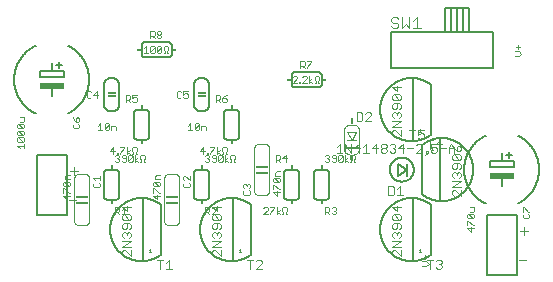
<source format=gto>
G75*
%MOIN*%
%OFA0B0*%
%FSLAX25Y25*%
%IPPOS*%
%LPD*%
%AMOC8*
5,1,8,0,0,1.08239X$1,22.5*
%
%ADD10C,0.00500*%
%ADD11C,0.00300*%
%ADD12C,0.00400*%
%ADD13R,0.04000X0.01000*%
%ADD14C,0.00200*%
%ADD15R,0.03000X0.00750*%
%ADD16C,0.00600*%
%ADD17R,0.08000X0.02000*%
%ADD18R,0.05000X0.01000*%
%ADD19R,0.00800X0.02200*%
%ADD20R,0.01000X0.01500*%
%ADD21R,0.01500X0.01000*%
%ADD22C,0.00100*%
D10*
X0016000Y0026000D02*
X0016000Y0046000D01*
X0026000Y0046000D01*
X0026000Y0026000D01*
X0016000Y0026000D01*
X0055378Y0030546D02*
X0055603Y0030439D01*
X0055826Y0030327D01*
X0056046Y0030210D01*
X0056263Y0030088D01*
X0056478Y0029960D01*
X0056689Y0029827D01*
X0056897Y0029690D01*
X0057101Y0029547D01*
X0057303Y0029400D01*
X0057500Y0029248D01*
X0057500Y0012752D01*
X0051500Y0010512D02*
X0051500Y0031488D01*
X0051244Y0031497D01*
X0050988Y0031500D01*
X0050732Y0031497D01*
X0050476Y0031487D01*
X0050221Y0031471D01*
X0049966Y0031449D01*
X0049711Y0031421D01*
X0049458Y0031386D01*
X0049205Y0031345D01*
X0048953Y0031299D01*
X0048703Y0031246D01*
X0048454Y0031187D01*
X0048206Y0031121D01*
X0047960Y0031050D01*
X0047716Y0030973D01*
X0047474Y0030890D01*
X0047234Y0030801D01*
X0046996Y0030707D01*
X0046761Y0030606D01*
X0046528Y0030500D01*
X0051500Y0031488D02*
X0051757Y0031473D01*
X0052014Y0031451D01*
X0052270Y0031423D01*
X0052525Y0031389D01*
X0052779Y0031348D01*
X0053032Y0031301D01*
X0053284Y0031248D01*
X0053535Y0031189D01*
X0053784Y0031124D01*
X0054031Y0031053D01*
X0054277Y0030976D01*
X0054521Y0030892D01*
X0054762Y0030803D01*
X0055001Y0030708D01*
X0055238Y0030607D01*
X0055472Y0030500D01*
X0051500Y0010512D02*
X0051244Y0010503D01*
X0050988Y0010500D01*
X0050732Y0010503D01*
X0050476Y0010513D01*
X0050221Y0010529D01*
X0049966Y0010551D01*
X0049711Y0010579D01*
X0049458Y0010614D01*
X0049205Y0010655D01*
X0048953Y0010701D01*
X0048703Y0010754D01*
X0048454Y0010813D01*
X0048206Y0010879D01*
X0047960Y0010950D01*
X0047716Y0011027D01*
X0047474Y0011110D01*
X0047234Y0011199D01*
X0046996Y0011293D01*
X0046761Y0011394D01*
X0046528Y0011500D01*
X0055472Y0011498D02*
X0055687Y0011602D01*
X0055900Y0011711D01*
X0056110Y0011825D01*
X0056317Y0011944D01*
X0056522Y0012067D01*
X0056724Y0012195D01*
X0056923Y0012328D01*
X0057118Y0012465D01*
X0057311Y0012606D01*
X0057500Y0012752D01*
X0046528Y0011500D02*
X0046298Y0011612D01*
X0046071Y0011729D01*
X0045847Y0011851D01*
X0045626Y0011979D01*
X0045409Y0012113D01*
X0045194Y0012251D01*
X0044983Y0012395D01*
X0044776Y0012544D01*
X0044572Y0012698D01*
X0044372Y0012856D01*
X0044176Y0013020D01*
X0043984Y0013188D01*
X0043796Y0013361D01*
X0043612Y0013539D01*
X0043433Y0013720D01*
X0043258Y0013907D01*
X0043088Y0014097D01*
X0042923Y0014291D01*
X0042762Y0014490D01*
X0042606Y0014692D01*
X0042455Y0014898D01*
X0042309Y0015108D01*
X0042169Y0015321D01*
X0042033Y0015537D01*
X0041903Y0015757D01*
X0041778Y0015980D01*
X0041659Y0016205D01*
X0041545Y0016434D01*
X0041437Y0016665D01*
X0041334Y0016899D01*
X0041237Y0017135D01*
X0041146Y0017374D01*
X0041061Y0017614D01*
X0040981Y0017857D01*
X0040908Y0018102D01*
X0040840Y0018348D01*
X0040779Y0018596D01*
X0040724Y0018845D01*
X0040674Y0019095D01*
X0040631Y0019347D01*
X0040594Y0019600D01*
X0040563Y0019853D01*
X0040538Y0020107D01*
X0040519Y0020362D01*
X0040507Y0020617D01*
X0040501Y0020872D01*
X0040501Y0021128D01*
X0040507Y0021383D01*
X0040519Y0021638D01*
X0040538Y0021893D01*
X0040563Y0022147D01*
X0040594Y0022400D01*
X0040631Y0022653D01*
X0040674Y0022905D01*
X0040724Y0023155D01*
X0040779Y0023404D01*
X0040840Y0023652D01*
X0040908Y0023898D01*
X0040981Y0024143D01*
X0041061Y0024386D01*
X0041146Y0024626D01*
X0041237Y0024865D01*
X0041334Y0025101D01*
X0041437Y0025335D01*
X0041545Y0025566D01*
X0041659Y0025795D01*
X0041778Y0026020D01*
X0041903Y0026243D01*
X0042033Y0026463D01*
X0042169Y0026679D01*
X0042309Y0026892D01*
X0042455Y0027102D01*
X0042606Y0027308D01*
X0042762Y0027510D01*
X0042923Y0027709D01*
X0043088Y0027903D01*
X0043258Y0028093D01*
X0043433Y0028280D01*
X0043612Y0028461D01*
X0043796Y0028639D01*
X0043984Y0028812D01*
X0044176Y0028980D01*
X0044372Y0029144D01*
X0044572Y0029302D01*
X0044776Y0029456D01*
X0044983Y0029605D01*
X0045194Y0029749D01*
X0045409Y0029887D01*
X0045626Y0030021D01*
X0045847Y0030149D01*
X0046071Y0030271D01*
X0046298Y0030388D01*
X0046528Y0030500D01*
X0051500Y0010512D02*
X0051757Y0010527D01*
X0052014Y0010549D01*
X0052270Y0010577D01*
X0052525Y0010611D01*
X0052779Y0010652D01*
X0053032Y0010699D01*
X0053284Y0010752D01*
X0053535Y0010811D01*
X0053784Y0010876D01*
X0054031Y0010947D01*
X0054277Y0011024D01*
X0054521Y0011108D01*
X0054762Y0011197D01*
X0055001Y0011292D01*
X0055238Y0011393D01*
X0055472Y0011500D01*
X0085472Y0011498D02*
X0085687Y0011602D01*
X0085900Y0011711D01*
X0086110Y0011825D01*
X0086317Y0011944D01*
X0086522Y0012067D01*
X0086724Y0012195D01*
X0086923Y0012328D01*
X0087118Y0012465D01*
X0087311Y0012606D01*
X0087500Y0012752D01*
X0087500Y0029248D01*
X0081500Y0031488D02*
X0081500Y0010512D01*
X0081244Y0010503D01*
X0080988Y0010500D01*
X0080732Y0010503D01*
X0080476Y0010513D01*
X0080221Y0010529D01*
X0079966Y0010551D01*
X0079711Y0010579D01*
X0079458Y0010614D01*
X0079205Y0010655D01*
X0078953Y0010701D01*
X0078703Y0010754D01*
X0078454Y0010813D01*
X0078206Y0010879D01*
X0077960Y0010950D01*
X0077716Y0011027D01*
X0077474Y0011110D01*
X0077234Y0011199D01*
X0076996Y0011293D01*
X0076761Y0011394D01*
X0076528Y0011500D01*
X0081500Y0010512D02*
X0081757Y0010527D01*
X0082014Y0010549D01*
X0082270Y0010577D01*
X0082525Y0010611D01*
X0082779Y0010652D01*
X0083032Y0010699D01*
X0083284Y0010752D01*
X0083535Y0010811D01*
X0083784Y0010876D01*
X0084031Y0010947D01*
X0084277Y0011024D01*
X0084521Y0011108D01*
X0084762Y0011197D01*
X0085001Y0011292D01*
X0085238Y0011393D01*
X0085472Y0011500D01*
X0081500Y0031488D02*
X0081244Y0031497D01*
X0080988Y0031500D01*
X0080732Y0031497D01*
X0080476Y0031487D01*
X0080221Y0031471D01*
X0079966Y0031449D01*
X0079711Y0031421D01*
X0079458Y0031386D01*
X0079205Y0031345D01*
X0078953Y0031299D01*
X0078703Y0031246D01*
X0078454Y0031187D01*
X0078206Y0031121D01*
X0077960Y0031050D01*
X0077716Y0030973D01*
X0077474Y0030890D01*
X0077234Y0030801D01*
X0076996Y0030707D01*
X0076761Y0030606D01*
X0076528Y0030500D01*
X0085378Y0030546D02*
X0085603Y0030439D01*
X0085826Y0030327D01*
X0086046Y0030210D01*
X0086263Y0030088D01*
X0086478Y0029960D01*
X0086689Y0029827D01*
X0086897Y0029690D01*
X0087101Y0029547D01*
X0087303Y0029400D01*
X0087500Y0029248D01*
X0076528Y0030500D02*
X0076298Y0030388D01*
X0076071Y0030271D01*
X0075847Y0030149D01*
X0075626Y0030021D01*
X0075409Y0029887D01*
X0075194Y0029749D01*
X0074983Y0029605D01*
X0074776Y0029456D01*
X0074572Y0029302D01*
X0074372Y0029144D01*
X0074176Y0028980D01*
X0073984Y0028812D01*
X0073796Y0028639D01*
X0073612Y0028461D01*
X0073433Y0028280D01*
X0073258Y0028093D01*
X0073088Y0027903D01*
X0072923Y0027709D01*
X0072762Y0027510D01*
X0072606Y0027308D01*
X0072455Y0027102D01*
X0072309Y0026892D01*
X0072169Y0026679D01*
X0072033Y0026463D01*
X0071903Y0026243D01*
X0071778Y0026020D01*
X0071659Y0025795D01*
X0071545Y0025566D01*
X0071437Y0025335D01*
X0071334Y0025101D01*
X0071237Y0024865D01*
X0071146Y0024626D01*
X0071061Y0024386D01*
X0070981Y0024143D01*
X0070908Y0023898D01*
X0070840Y0023652D01*
X0070779Y0023404D01*
X0070724Y0023155D01*
X0070674Y0022905D01*
X0070631Y0022653D01*
X0070594Y0022400D01*
X0070563Y0022147D01*
X0070538Y0021893D01*
X0070519Y0021638D01*
X0070507Y0021383D01*
X0070501Y0021128D01*
X0070501Y0020872D01*
X0070507Y0020617D01*
X0070519Y0020362D01*
X0070538Y0020107D01*
X0070563Y0019853D01*
X0070594Y0019600D01*
X0070631Y0019347D01*
X0070674Y0019095D01*
X0070724Y0018845D01*
X0070779Y0018596D01*
X0070840Y0018348D01*
X0070908Y0018102D01*
X0070981Y0017857D01*
X0071061Y0017614D01*
X0071146Y0017374D01*
X0071237Y0017135D01*
X0071334Y0016899D01*
X0071437Y0016665D01*
X0071545Y0016434D01*
X0071659Y0016205D01*
X0071778Y0015980D01*
X0071903Y0015757D01*
X0072033Y0015537D01*
X0072169Y0015321D01*
X0072309Y0015108D01*
X0072455Y0014898D01*
X0072606Y0014692D01*
X0072762Y0014490D01*
X0072923Y0014291D01*
X0073088Y0014097D01*
X0073258Y0013907D01*
X0073433Y0013720D01*
X0073612Y0013539D01*
X0073796Y0013361D01*
X0073984Y0013188D01*
X0074176Y0013020D01*
X0074372Y0012856D01*
X0074572Y0012698D01*
X0074776Y0012544D01*
X0074983Y0012395D01*
X0075194Y0012251D01*
X0075409Y0012113D01*
X0075626Y0011979D01*
X0075847Y0011851D01*
X0076071Y0011729D01*
X0076298Y0011612D01*
X0076528Y0011500D01*
X0081500Y0031488D02*
X0081757Y0031473D01*
X0082014Y0031451D01*
X0082270Y0031423D01*
X0082525Y0031389D01*
X0082779Y0031348D01*
X0083032Y0031301D01*
X0083284Y0031248D01*
X0083535Y0031189D01*
X0083784Y0031124D01*
X0084031Y0031053D01*
X0084277Y0030976D01*
X0084521Y0030892D01*
X0084762Y0030803D01*
X0085001Y0030708D01*
X0085238Y0030607D01*
X0085472Y0030500D01*
X0141500Y0031488D02*
X0141500Y0010512D01*
X0147500Y0012752D02*
X0147500Y0029248D01*
X0150500Y0030512D02*
X0150500Y0051488D01*
X0147500Y0052752D02*
X0147500Y0069248D01*
X0141500Y0071488D02*
X0141500Y0050512D01*
X0144500Y0049248D02*
X0144500Y0032752D01*
X0144697Y0032600D01*
X0144899Y0032453D01*
X0145103Y0032310D01*
X0145311Y0032173D01*
X0145522Y0032040D01*
X0145737Y0031912D01*
X0145954Y0031790D01*
X0146174Y0031673D01*
X0146397Y0031561D01*
X0146622Y0031454D01*
X0150500Y0030512D02*
X0150756Y0030503D01*
X0151012Y0030500D01*
X0151268Y0030503D01*
X0151524Y0030513D01*
X0151779Y0030529D01*
X0152034Y0030551D01*
X0152289Y0030579D01*
X0152542Y0030614D01*
X0152795Y0030655D01*
X0153047Y0030701D01*
X0153297Y0030754D01*
X0153546Y0030813D01*
X0153794Y0030879D01*
X0154040Y0030950D01*
X0154284Y0031027D01*
X0154526Y0031110D01*
X0154766Y0031199D01*
X0155004Y0031293D01*
X0155239Y0031394D01*
X0155472Y0031500D01*
X0166000Y0026000D02*
X0166000Y0006000D01*
X0176000Y0006000D01*
X0176000Y0026000D01*
X0166000Y0026000D01*
X0141500Y0031488D02*
X0141244Y0031497D01*
X0140988Y0031500D01*
X0140732Y0031497D01*
X0140476Y0031487D01*
X0140221Y0031471D01*
X0139966Y0031449D01*
X0139711Y0031421D01*
X0139458Y0031386D01*
X0139205Y0031345D01*
X0138953Y0031299D01*
X0138703Y0031246D01*
X0138454Y0031187D01*
X0138206Y0031121D01*
X0137960Y0031050D01*
X0137716Y0030973D01*
X0137474Y0030890D01*
X0137234Y0030801D01*
X0136996Y0030707D01*
X0136761Y0030606D01*
X0136528Y0030500D01*
X0145378Y0030546D02*
X0145603Y0030439D01*
X0145826Y0030327D01*
X0146046Y0030210D01*
X0146263Y0030088D01*
X0146478Y0029960D01*
X0146689Y0029827D01*
X0146897Y0029690D01*
X0147101Y0029547D01*
X0147303Y0029400D01*
X0147500Y0029248D01*
X0141500Y0010512D02*
X0141244Y0010503D01*
X0140988Y0010500D01*
X0140732Y0010503D01*
X0140476Y0010513D01*
X0140221Y0010529D01*
X0139966Y0010551D01*
X0139711Y0010579D01*
X0139458Y0010614D01*
X0139205Y0010655D01*
X0138953Y0010701D01*
X0138703Y0010754D01*
X0138454Y0010813D01*
X0138206Y0010879D01*
X0137960Y0010950D01*
X0137716Y0011027D01*
X0137474Y0011110D01*
X0137234Y0011199D01*
X0136996Y0011293D01*
X0136761Y0011394D01*
X0136528Y0011500D01*
X0145472Y0011498D02*
X0145687Y0011602D01*
X0145900Y0011711D01*
X0146110Y0011825D01*
X0146317Y0011944D01*
X0146522Y0012067D01*
X0146724Y0012195D01*
X0146923Y0012328D01*
X0147118Y0012465D01*
X0147311Y0012606D01*
X0147500Y0012752D01*
X0136528Y0011500D02*
X0136298Y0011612D01*
X0136071Y0011729D01*
X0135847Y0011851D01*
X0135626Y0011979D01*
X0135409Y0012113D01*
X0135194Y0012251D01*
X0134983Y0012395D01*
X0134776Y0012544D01*
X0134572Y0012698D01*
X0134372Y0012856D01*
X0134176Y0013020D01*
X0133984Y0013188D01*
X0133796Y0013361D01*
X0133612Y0013539D01*
X0133433Y0013720D01*
X0133258Y0013907D01*
X0133088Y0014097D01*
X0132923Y0014291D01*
X0132762Y0014490D01*
X0132606Y0014692D01*
X0132455Y0014898D01*
X0132309Y0015108D01*
X0132169Y0015321D01*
X0132033Y0015537D01*
X0131903Y0015757D01*
X0131778Y0015980D01*
X0131659Y0016205D01*
X0131545Y0016434D01*
X0131437Y0016665D01*
X0131334Y0016899D01*
X0131237Y0017135D01*
X0131146Y0017374D01*
X0131061Y0017614D01*
X0130981Y0017857D01*
X0130908Y0018102D01*
X0130840Y0018348D01*
X0130779Y0018596D01*
X0130724Y0018845D01*
X0130674Y0019095D01*
X0130631Y0019347D01*
X0130594Y0019600D01*
X0130563Y0019853D01*
X0130538Y0020107D01*
X0130519Y0020362D01*
X0130507Y0020617D01*
X0130501Y0020872D01*
X0130501Y0021128D01*
X0130507Y0021383D01*
X0130519Y0021638D01*
X0130538Y0021893D01*
X0130563Y0022147D01*
X0130594Y0022400D01*
X0130631Y0022653D01*
X0130674Y0022905D01*
X0130724Y0023155D01*
X0130779Y0023404D01*
X0130840Y0023652D01*
X0130908Y0023898D01*
X0130981Y0024143D01*
X0131061Y0024386D01*
X0131146Y0024626D01*
X0131237Y0024865D01*
X0131334Y0025101D01*
X0131437Y0025335D01*
X0131545Y0025566D01*
X0131659Y0025795D01*
X0131778Y0026020D01*
X0131903Y0026243D01*
X0132033Y0026463D01*
X0132169Y0026679D01*
X0132309Y0026892D01*
X0132455Y0027102D01*
X0132606Y0027308D01*
X0132762Y0027510D01*
X0132923Y0027709D01*
X0133088Y0027903D01*
X0133258Y0028093D01*
X0133433Y0028280D01*
X0133612Y0028461D01*
X0133796Y0028639D01*
X0133984Y0028812D01*
X0134176Y0028980D01*
X0134372Y0029144D01*
X0134572Y0029302D01*
X0134776Y0029456D01*
X0134983Y0029605D01*
X0135194Y0029749D01*
X0135409Y0029887D01*
X0135626Y0030021D01*
X0135847Y0030149D01*
X0136071Y0030271D01*
X0136298Y0030388D01*
X0136528Y0030500D01*
X0141500Y0031488D02*
X0141757Y0031473D01*
X0142014Y0031451D01*
X0142270Y0031423D01*
X0142525Y0031389D01*
X0142779Y0031348D01*
X0143032Y0031301D01*
X0143284Y0031248D01*
X0143535Y0031189D01*
X0143784Y0031124D01*
X0144031Y0031053D01*
X0144277Y0030976D01*
X0144521Y0030892D01*
X0144762Y0030803D01*
X0145001Y0030708D01*
X0145238Y0030607D01*
X0145472Y0030500D01*
X0145472Y0011500D02*
X0145238Y0011393D01*
X0145001Y0011292D01*
X0144762Y0011197D01*
X0144521Y0011108D01*
X0144277Y0011024D01*
X0144031Y0010947D01*
X0143784Y0010876D01*
X0143535Y0010811D01*
X0143284Y0010752D01*
X0143032Y0010699D01*
X0142779Y0010652D01*
X0142525Y0010611D01*
X0142270Y0010577D01*
X0142014Y0010549D01*
X0141757Y0010527D01*
X0141500Y0010512D01*
X0150500Y0051488D02*
X0150756Y0051497D01*
X0151012Y0051500D01*
X0151268Y0051497D01*
X0151524Y0051487D01*
X0151779Y0051471D01*
X0152034Y0051449D01*
X0152289Y0051421D01*
X0152542Y0051386D01*
X0152795Y0051345D01*
X0153047Y0051299D01*
X0153297Y0051246D01*
X0153546Y0051187D01*
X0153794Y0051121D01*
X0154040Y0051050D01*
X0154284Y0050973D01*
X0154526Y0050890D01*
X0154766Y0050801D01*
X0155004Y0050707D01*
X0155239Y0050606D01*
X0155472Y0050500D01*
X0146528Y0050502D02*
X0146313Y0050398D01*
X0146100Y0050289D01*
X0145890Y0050175D01*
X0145683Y0050056D01*
X0145478Y0049933D01*
X0145276Y0049805D01*
X0145077Y0049672D01*
X0144882Y0049535D01*
X0144689Y0049394D01*
X0144500Y0049248D01*
X0155472Y0050500D02*
X0155702Y0050388D01*
X0155929Y0050271D01*
X0156153Y0050149D01*
X0156374Y0050021D01*
X0156591Y0049887D01*
X0156806Y0049749D01*
X0157017Y0049605D01*
X0157224Y0049456D01*
X0157428Y0049302D01*
X0157628Y0049144D01*
X0157824Y0048980D01*
X0158016Y0048812D01*
X0158204Y0048639D01*
X0158388Y0048461D01*
X0158567Y0048280D01*
X0158742Y0048093D01*
X0158912Y0047903D01*
X0159077Y0047709D01*
X0159238Y0047510D01*
X0159394Y0047308D01*
X0159545Y0047102D01*
X0159691Y0046892D01*
X0159831Y0046679D01*
X0159967Y0046463D01*
X0160097Y0046243D01*
X0160222Y0046020D01*
X0160341Y0045795D01*
X0160455Y0045566D01*
X0160563Y0045335D01*
X0160666Y0045101D01*
X0160763Y0044865D01*
X0160854Y0044626D01*
X0160939Y0044386D01*
X0161019Y0044143D01*
X0161092Y0043898D01*
X0161160Y0043652D01*
X0161221Y0043404D01*
X0161276Y0043155D01*
X0161326Y0042905D01*
X0161369Y0042653D01*
X0161406Y0042400D01*
X0161437Y0042147D01*
X0161462Y0041893D01*
X0161481Y0041638D01*
X0161493Y0041383D01*
X0161499Y0041128D01*
X0161499Y0040872D01*
X0161493Y0040617D01*
X0161481Y0040362D01*
X0161462Y0040107D01*
X0161437Y0039853D01*
X0161406Y0039600D01*
X0161369Y0039347D01*
X0161326Y0039095D01*
X0161276Y0038845D01*
X0161221Y0038596D01*
X0161160Y0038348D01*
X0161092Y0038102D01*
X0161019Y0037857D01*
X0160939Y0037614D01*
X0160854Y0037374D01*
X0160763Y0037135D01*
X0160666Y0036899D01*
X0160563Y0036665D01*
X0160455Y0036434D01*
X0160341Y0036205D01*
X0160222Y0035980D01*
X0160097Y0035757D01*
X0159967Y0035537D01*
X0159831Y0035321D01*
X0159691Y0035108D01*
X0159545Y0034898D01*
X0159394Y0034692D01*
X0159238Y0034490D01*
X0159077Y0034291D01*
X0158912Y0034097D01*
X0158742Y0033907D01*
X0158567Y0033720D01*
X0158388Y0033539D01*
X0158204Y0033361D01*
X0158016Y0033188D01*
X0157824Y0033020D01*
X0157628Y0032856D01*
X0157428Y0032698D01*
X0157224Y0032544D01*
X0157017Y0032395D01*
X0156806Y0032251D01*
X0156591Y0032113D01*
X0156374Y0031979D01*
X0156153Y0031851D01*
X0155929Y0031729D01*
X0155702Y0031612D01*
X0155472Y0031500D01*
X0150500Y0030512D02*
X0150243Y0030527D01*
X0149986Y0030549D01*
X0149730Y0030577D01*
X0149475Y0030611D01*
X0149221Y0030652D01*
X0148968Y0030699D01*
X0148716Y0030752D01*
X0148465Y0030811D01*
X0148216Y0030876D01*
X0147969Y0030947D01*
X0147723Y0031024D01*
X0147479Y0031108D01*
X0147238Y0031197D01*
X0146999Y0031292D01*
X0146762Y0031393D01*
X0146528Y0031500D01*
X0146528Y0050500D02*
X0146762Y0050607D01*
X0146999Y0050708D01*
X0147238Y0050803D01*
X0147479Y0050892D01*
X0147723Y0050976D01*
X0147969Y0051053D01*
X0148216Y0051124D01*
X0148465Y0051189D01*
X0148716Y0051248D01*
X0148968Y0051301D01*
X0149221Y0051348D01*
X0149475Y0051389D01*
X0149730Y0051423D01*
X0149986Y0051451D01*
X0150243Y0051473D01*
X0150500Y0051488D01*
X0147500Y0052752D02*
X0147311Y0052606D01*
X0147118Y0052465D01*
X0146923Y0052328D01*
X0146724Y0052195D01*
X0146522Y0052067D01*
X0146317Y0051944D01*
X0146110Y0051825D01*
X0145900Y0051711D01*
X0145687Y0051602D01*
X0145472Y0051498D01*
X0141500Y0050512D02*
X0141244Y0050503D01*
X0140988Y0050500D01*
X0140732Y0050503D01*
X0140476Y0050513D01*
X0140221Y0050529D01*
X0139966Y0050551D01*
X0139711Y0050579D01*
X0139458Y0050614D01*
X0139205Y0050655D01*
X0138953Y0050701D01*
X0138703Y0050754D01*
X0138454Y0050813D01*
X0138206Y0050879D01*
X0137960Y0050950D01*
X0137716Y0051027D01*
X0137474Y0051110D01*
X0137234Y0051199D01*
X0136996Y0051293D01*
X0136761Y0051394D01*
X0136528Y0051500D01*
X0141500Y0050512D02*
X0141757Y0050527D01*
X0142014Y0050549D01*
X0142270Y0050577D01*
X0142525Y0050611D01*
X0142779Y0050652D01*
X0143032Y0050699D01*
X0143284Y0050752D01*
X0143535Y0050811D01*
X0143784Y0050876D01*
X0144031Y0050947D01*
X0144277Y0051024D01*
X0144521Y0051108D01*
X0144762Y0051197D01*
X0145001Y0051292D01*
X0145238Y0051393D01*
X0145472Y0051500D01*
X0141500Y0071488D02*
X0141244Y0071497D01*
X0140988Y0071500D01*
X0140732Y0071497D01*
X0140476Y0071487D01*
X0140221Y0071471D01*
X0139966Y0071449D01*
X0139711Y0071421D01*
X0139458Y0071386D01*
X0139205Y0071345D01*
X0138953Y0071299D01*
X0138703Y0071246D01*
X0138454Y0071187D01*
X0138206Y0071121D01*
X0137960Y0071050D01*
X0137716Y0070973D01*
X0137474Y0070890D01*
X0137234Y0070801D01*
X0136996Y0070707D01*
X0136761Y0070606D01*
X0136528Y0070500D01*
X0145378Y0070546D02*
X0145603Y0070439D01*
X0145826Y0070327D01*
X0146046Y0070210D01*
X0146263Y0070088D01*
X0146478Y0069960D01*
X0146689Y0069827D01*
X0146897Y0069690D01*
X0147101Y0069547D01*
X0147303Y0069400D01*
X0147500Y0069248D01*
X0136528Y0070500D02*
X0136298Y0070388D01*
X0136071Y0070271D01*
X0135847Y0070149D01*
X0135626Y0070021D01*
X0135409Y0069887D01*
X0135194Y0069749D01*
X0134983Y0069605D01*
X0134776Y0069456D01*
X0134572Y0069302D01*
X0134372Y0069144D01*
X0134176Y0068980D01*
X0133984Y0068812D01*
X0133796Y0068639D01*
X0133612Y0068461D01*
X0133433Y0068280D01*
X0133258Y0068093D01*
X0133088Y0067903D01*
X0132923Y0067709D01*
X0132762Y0067510D01*
X0132606Y0067308D01*
X0132455Y0067102D01*
X0132309Y0066892D01*
X0132169Y0066679D01*
X0132033Y0066463D01*
X0131903Y0066243D01*
X0131778Y0066020D01*
X0131659Y0065795D01*
X0131545Y0065566D01*
X0131437Y0065335D01*
X0131334Y0065101D01*
X0131237Y0064865D01*
X0131146Y0064626D01*
X0131061Y0064386D01*
X0130981Y0064143D01*
X0130908Y0063898D01*
X0130840Y0063652D01*
X0130779Y0063404D01*
X0130724Y0063155D01*
X0130674Y0062905D01*
X0130631Y0062653D01*
X0130594Y0062400D01*
X0130563Y0062147D01*
X0130538Y0061893D01*
X0130519Y0061638D01*
X0130507Y0061383D01*
X0130501Y0061128D01*
X0130501Y0060872D01*
X0130507Y0060617D01*
X0130519Y0060362D01*
X0130538Y0060107D01*
X0130563Y0059853D01*
X0130594Y0059600D01*
X0130631Y0059347D01*
X0130674Y0059095D01*
X0130724Y0058845D01*
X0130779Y0058596D01*
X0130840Y0058348D01*
X0130908Y0058102D01*
X0130981Y0057857D01*
X0131061Y0057614D01*
X0131146Y0057374D01*
X0131237Y0057135D01*
X0131334Y0056899D01*
X0131437Y0056665D01*
X0131545Y0056434D01*
X0131659Y0056205D01*
X0131778Y0055980D01*
X0131903Y0055757D01*
X0132033Y0055537D01*
X0132169Y0055321D01*
X0132309Y0055108D01*
X0132455Y0054898D01*
X0132606Y0054692D01*
X0132762Y0054490D01*
X0132923Y0054291D01*
X0133088Y0054097D01*
X0133258Y0053907D01*
X0133433Y0053720D01*
X0133612Y0053539D01*
X0133796Y0053361D01*
X0133984Y0053188D01*
X0134176Y0053020D01*
X0134372Y0052856D01*
X0134572Y0052698D01*
X0134776Y0052544D01*
X0134983Y0052395D01*
X0135194Y0052251D01*
X0135409Y0052113D01*
X0135626Y0051979D01*
X0135847Y0051851D01*
X0136071Y0051729D01*
X0136298Y0051612D01*
X0136528Y0051500D01*
X0141500Y0071488D02*
X0141757Y0071473D01*
X0142014Y0071451D01*
X0142270Y0071423D01*
X0142525Y0071389D01*
X0142779Y0071348D01*
X0143032Y0071301D01*
X0143284Y0071248D01*
X0143535Y0071189D01*
X0143784Y0071124D01*
X0144031Y0071053D01*
X0144277Y0070976D01*
X0144521Y0070892D01*
X0144762Y0070803D01*
X0145001Y0070708D01*
X0145238Y0070607D01*
X0145472Y0070500D01*
X0073500Y0069500D02*
X0073500Y0062500D01*
X0073488Y0062407D01*
X0073472Y0062315D01*
X0073452Y0062224D01*
X0073428Y0062133D01*
X0073401Y0062044D01*
X0073370Y0061955D01*
X0073335Y0061868D01*
X0073297Y0061783D01*
X0073255Y0061699D01*
X0073210Y0061617D01*
X0073162Y0061537D01*
X0073110Y0061459D01*
X0073055Y0061383D01*
X0072997Y0061310D01*
X0072936Y0061239D01*
X0072872Y0061171D01*
X0072805Y0061105D01*
X0072736Y0061042D01*
X0072664Y0060982D01*
X0072590Y0060925D01*
X0072513Y0060871D01*
X0072435Y0060821D01*
X0072354Y0060773D01*
X0072271Y0060730D01*
X0072187Y0060689D01*
X0072101Y0060652D01*
X0072014Y0060619D01*
X0071925Y0060589D01*
X0071835Y0060563D01*
X0071744Y0060541D01*
X0071652Y0060522D01*
X0071560Y0060507D01*
X0071467Y0060496D01*
X0071374Y0060489D01*
X0071280Y0060486D01*
X0071187Y0060487D01*
X0071093Y0060491D01*
X0071000Y0060500D01*
X0068500Y0062500D02*
X0068500Y0069500D01*
X0068512Y0069593D01*
X0068528Y0069685D01*
X0068548Y0069776D01*
X0068572Y0069867D01*
X0068599Y0069956D01*
X0068630Y0070045D01*
X0068665Y0070132D01*
X0068703Y0070217D01*
X0068745Y0070301D01*
X0068790Y0070383D01*
X0068838Y0070463D01*
X0068890Y0070541D01*
X0068945Y0070617D01*
X0069003Y0070690D01*
X0069064Y0070761D01*
X0069128Y0070829D01*
X0069195Y0070895D01*
X0069264Y0070958D01*
X0069336Y0071018D01*
X0069410Y0071075D01*
X0069487Y0071129D01*
X0069565Y0071179D01*
X0069646Y0071227D01*
X0069729Y0071270D01*
X0069813Y0071311D01*
X0069899Y0071348D01*
X0069986Y0071381D01*
X0070075Y0071411D01*
X0070165Y0071437D01*
X0070256Y0071459D01*
X0070348Y0071478D01*
X0070440Y0071493D01*
X0070533Y0071504D01*
X0070626Y0071511D01*
X0070720Y0071514D01*
X0070813Y0071513D01*
X0070907Y0071509D01*
X0071000Y0071500D01*
X0071093Y0071509D01*
X0071187Y0071513D01*
X0071280Y0071514D01*
X0071374Y0071511D01*
X0071467Y0071504D01*
X0071560Y0071493D01*
X0071652Y0071478D01*
X0071744Y0071459D01*
X0071835Y0071437D01*
X0071925Y0071411D01*
X0072014Y0071381D01*
X0072101Y0071348D01*
X0072187Y0071311D01*
X0072271Y0071270D01*
X0072354Y0071227D01*
X0072435Y0071179D01*
X0072513Y0071129D01*
X0072590Y0071075D01*
X0072664Y0071018D01*
X0072736Y0070958D01*
X0072805Y0070895D01*
X0072872Y0070829D01*
X0072936Y0070761D01*
X0072997Y0070690D01*
X0073055Y0070617D01*
X0073110Y0070541D01*
X0073162Y0070463D01*
X0073210Y0070383D01*
X0073255Y0070301D01*
X0073297Y0070217D01*
X0073335Y0070132D01*
X0073370Y0070045D01*
X0073401Y0069956D01*
X0073428Y0069867D01*
X0073452Y0069776D01*
X0073472Y0069685D01*
X0073488Y0069593D01*
X0073500Y0069500D01*
X0068500Y0062500D02*
X0068512Y0062407D01*
X0068528Y0062315D01*
X0068548Y0062224D01*
X0068572Y0062133D01*
X0068599Y0062044D01*
X0068630Y0061955D01*
X0068665Y0061868D01*
X0068703Y0061783D01*
X0068745Y0061699D01*
X0068790Y0061617D01*
X0068838Y0061537D01*
X0068890Y0061459D01*
X0068945Y0061383D01*
X0069003Y0061310D01*
X0069064Y0061239D01*
X0069128Y0061171D01*
X0069195Y0061105D01*
X0069264Y0061042D01*
X0069336Y0060982D01*
X0069410Y0060925D01*
X0069487Y0060871D01*
X0069565Y0060821D01*
X0069646Y0060773D01*
X0069729Y0060730D01*
X0069813Y0060689D01*
X0069899Y0060652D01*
X0069986Y0060619D01*
X0070075Y0060589D01*
X0070165Y0060563D01*
X0070256Y0060541D01*
X0070348Y0060522D01*
X0070440Y0060507D01*
X0070533Y0060496D01*
X0070626Y0060489D01*
X0070720Y0060486D01*
X0070813Y0060487D01*
X0070907Y0060491D01*
X0071000Y0060500D01*
X0043500Y0062500D02*
X0043500Y0069500D01*
X0043488Y0069593D01*
X0043472Y0069685D01*
X0043452Y0069776D01*
X0043428Y0069867D01*
X0043401Y0069956D01*
X0043370Y0070045D01*
X0043335Y0070132D01*
X0043297Y0070217D01*
X0043255Y0070301D01*
X0043210Y0070383D01*
X0043162Y0070463D01*
X0043110Y0070541D01*
X0043055Y0070617D01*
X0042997Y0070690D01*
X0042936Y0070761D01*
X0042872Y0070829D01*
X0042805Y0070895D01*
X0042736Y0070958D01*
X0042664Y0071018D01*
X0042590Y0071075D01*
X0042513Y0071129D01*
X0042435Y0071179D01*
X0042354Y0071227D01*
X0042271Y0071270D01*
X0042187Y0071311D01*
X0042101Y0071348D01*
X0042014Y0071381D01*
X0041925Y0071411D01*
X0041835Y0071437D01*
X0041744Y0071459D01*
X0041652Y0071478D01*
X0041560Y0071493D01*
X0041467Y0071504D01*
X0041374Y0071511D01*
X0041280Y0071514D01*
X0041187Y0071513D01*
X0041093Y0071509D01*
X0041000Y0071500D01*
X0038500Y0069500D02*
X0038500Y0062500D01*
X0038512Y0062407D01*
X0038528Y0062315D01*
X0038548Y0062224D01*
X0038572Y0062133D01*
X0038599Y0062044D01*
X0038630Y0061955D01*
X0038665Y0061868D01*
X0038703Y0061783D01*
X0038745Y0061699D01*
X0038790Y0061617D01*
X0038838Y0061537D01*
X0038890Y0061459D01*
X0038945Y0061383D01*
X0039003Y0061310D01*
X0039064Y0061239D01*
X0039128Y0061171D01*
X0039195Y0061105D01*
X0039264Y0061042D01*
X0039336Y0060982D01*
X0039410Y0060925D01*
X0039487Y0060871D01*
X0039565Y0060821D01*
X0039646Y0060773D01*
X0039729Y0060730D01*
X0039813Y0060689D01*
X0039899Y0060652D01*
X0039986Y0060619D01*
X0040075Y0060589D01*
X0040165Y0060563D01*
X0040256Y0060541D01*
X0040348Y0060522D01*
X0040440Y0060507D01*
X0040533Y0060496D01*
X0040626Y0060489D01*
X0040720Y0060486D01*
X0040813Y0060487D01*
X0040907Y0060491D01*
X0041000Y0060500D01*
X0041093Y0060491D01*
X0041187Y0060487D01*
X0041280Y0060486D01*
X0041374Y0060489D01*
X0041467Y0060496D01*
X0041560Y0060507D01*
X0041652Y0060522D01*
X0041744Y0060541D01*
X0041835Y0060563D01*
X0041925Y0060589D01*
X0042014Y0060619D01*
X0042101Y0060652D01*
X0042187Y0060689D01*
X0042271Y0060730D01*
X0042354Y0060773D01*
X0042435Y0060821D01*
X0042513Y0060871D01*
X0042590Y0060925D01*
X0042664Y0060982D01*
X0042736Y0061042D01*
X0042805Y0061105D01*
X0042872Y0061171D01*
X0042936Y0061239D01*
X0042997Y0061310D01*
X0043055Y0061383D01*
X0043110Y0061459D01*
X0043162Y0061537D01*
X0043210Y0061617D01*
X0043255Y0061699D01*
X0043297Y0061783D01*
X0043335Y0061868D01*
X0043370Y0061955D01*
X0043401Y0062044D01*
X0043428Y0062133D01*
X0043452Y0062224D01*
X0043472Y0062315D01*
X0043488Y0062407D01*
X0043500Y0062500D01*
X0038500Y0069500D02*
X0038512Y0069593D01*
X0038528Y0069685D01*
X0038548Y0069776D01*
X0038572Y0069867D01*
X0038599Y0069956D01*
X0038630Y0070045D01*
X0038665Y0070132D01*
X0038703Y0070217D01*
X0038745Y0070301D01*
X0038790Y0070383D01*
X0038838Y0070463D01*
X0038890Y0070541D01*
X0038945Y0070617D01*
X0039003Y0070690D01*
X0039064Y0070761D01*
X0039128Y0070829D01*
X0039195Y0070895D01*
X0039264Y0070958D01*
X0039336Y0071018D01*
X0039410Y0071075D01*
X0039487Y0071129D01*
X0039565Y0071179D01*
X0039646Y0071227D01*
X0039729Y0071270D01*
X0039813Y0071311D01*
X0039899Y0071348D01*
X0039986Y0071381D01*
X0040075Y0071411D01*
X0040165Y0071437D01*
X0040256Y0071459D01*
X0040348Y0071478D01*
X0040440Y0071493D01*
X0040533Y0071504D01*
X0040626Y0071511D01*
X0040720Y0071514D01*
X0040813Y0071513D01*
X0040907Y0071509D01*
X0041000Y0071500D01*
D11*
X0028498Y0041777D02*
X0028498Y0039308D01*
X0027264Y0040543D02*
X0029733Y0040543D01*
X0029277Y0031002D02*
X0026808Y0031002D01*
X0044548Y0028494D02*
X0045999Y0027043D01*
X0045999Y0028978D01*
X0047450Y0028494D02*
X0044548Y0028494D01*
X0045031Y0026031D02*
X0046966Y0024097D01*
X0047450Y0024580D01*
X0047450Y0025548D01*
X0046966Y0026031D01*
X0045031Y0026031D01*
X0044548Y0025548D01*
X0044548Y0024580D01*
X0045031Y0024097D01*
X0046966Y0024097D01*
X0046966Y0023085D02*
X0045031Y0023085D01*
X0044548Y0022601D01*
X0044548Y0021634D01*
X0045031Y0021150D01*
X0045515Y0021150D01*
X0045999Y0021634D01*
X0045999Y0023085D01*
X0046966Y0023085D02*
X0047450Y0022601D01*
X0047450Y0021634D01*
X0046966Y0021150D01*
X0046966Y0020138D02*
X0047450Y0019655D01*
X0047450Y0018687D01*
X0046966Y0018203D01*
X0047450Y0017192D02*
X0044548Y0017192D01*
X0045031Y0018203D02*
X0044548Y0018687D01*
X0044548Y0019655D01*
X0045031Y0020138D01*
X0045515Y0020138D01*
X0045999Y0019655D01*
X0046483Y0020138D01*
X0046966Y0020138D01*
X0045999Y0019655D02*
X0045999Y0019171D01*
X0047450Y0017192D02*
X0044548Y0015257D01*
X0047450Y0015257D01*
X0047450Y0014245D02*
X0047450Y0012310D01*
X0045515Y0014245D01*
X0045031Y0014245D01*
X0044548Y0013762D01*
X0044548Y0012794D01*
X0045031Y0012310D01*
X0056150Y0010852D02*
X0058085Y0010852D01*
X0057117Y0010852D02*
X0057117Y0007950D01*
X0059097Y0007950D02*
X0061031Y0007950D01*
X0060064Y0007950D02*
X0060064Y0010852D01*
X0059097Y0009885D01*
X0074548Y0012794D02*
X0075031Y0012310D01*
X0074548Y0012794D02*
X0074548Y0013762D01*
X0075031Y0014245D01*
X0075515Y0014245D01*
X0077450Y0012310D01*
X0077450Y0014245D01*
X0077450Y0015257D02*
X0074548Y0015257D01*
X0077450Y0017192D01*
X0074548Y0017192D01*
X0075031Y0018203D02*
X0074548Y0018687D01*
X0074548Y0019655D01*
X0075031Y0020138D01*
X0075515Y0020138D01*
X0075999Y0019655D01*
X0076483Y0020138D01*
X0076966Y0020138D01*
X0077450Y0019655D01*
X0077450Y0018687D01*
X0076966Y0018203D01*
X0075999Y0019171D02*
X0075999Y0019655D01*
X0075515Y0021150D02*
X0075999Y0021634D01*
X0075999Y0023085D01*
X0076966Y0023085D02*
X0075031Y0023085D01*
X0074548Y0022601D01*
X0074548Y0021634D01*
X0075031Y0021150D01*
X0075515Y0021150D01*
X0076966Y0021150D02*
X0077450Y0021634D01*
X0077450Y0022601D01*
X0076966Y0023085D01*
X0076966Y0024097D02*
X0075031Y0024097D01*
X0074548Y0024580D01*
X0074548Y0025548D01*
X0075031Y0026031D01*
X0076966Y0024097D01*
X0077450Y0024580D01*
X0077450Y0025548D01*
X0076966Y0026031D01*
X0075031Y0026031D01*
X0075999Y0027043D02*
X0075999Y0028978D01*
X0077450Y0028494D02*
X0074548Y0028494D01*
X0075999Y0027043D01*
X0086150Y0010852D02*
X0088085Y0010852D01*
X0087117Y0010852D02*
X0087117Y0007950D01*
X0089097Y0007950D02*
X0091031Y0009885D01*
X0091031Y0010369D01*
X0090548Y0010852D01*
X0089580Y0010852D01*
X0089097Y0010369D01*
X0089097Y0007950D02*
X0091031Y0007950D01*
X0134548Y0012794D02*
X0135031Y0012310D01*
X0134548Y0012794D02*
X0134548Y0013762D01*
X0135031Y0014245D01*
X0135515Y0014245D01*
X0137450Y0012310D01*
X0137450Y0014245D01*
X0137450Y0015257D02*
X0134548Y0015257D01*
X0137450Y0017192D01*
X0134548Y0017192D01*
X0135031Y0018203D02*
X0134548Y0018687D01*
X0134548Y0019655D01*
X0135031Y0020138D01*
X0135515Y0020138D01*
X0135999Y0019655D01*
X0136483Y0020138D01*
X0136966Y0020138D01*
X0137450Y0019655D01*
X0137450Y0018687D01*
X0136966Y0018203D01*
X0135999Y0019171D02*
X0135999Y0019655D01*
X0135515Y0021150D02*
X0135999Y0021634D01*
X0135999Y0023085D01*
X0136966Y0023085D02*
X0135031Y0023085D01*
X0134548Y0022601D01*
X0134548Y0021634D01*
X0135031Y0021150D01*
X0135515Y0021150D01*
X0136966Y0021150D02*
X0137450Y0021634D01*
X0137450Y0022601D01*
X0136966Y0023085D01*
X0136966Y0024097D02*
X0135031Y0024097D01*
X0134548Y0024580D01*
X0134548Y0025548D01*
X0135031Y0026031D01*
X0136966Y0024097D01*
X0137450Y0024580D01*
X0137450Y0025548D01*
X0136966Y0026031D01*
X0135031Y0026031D01*
X0135999Y0027043D02*
X0135999Y0028978D01*
X0137450Y0028494D02*
X0134548Y0028494D01*
X0135999Y0027043D01*
X0136150Y0032450D02*
X0138085Y0032450D01*
X0137117Y0032450D02*
X0137117Y0035352D01*
X0136150Y0034385D01*
X0135138Y0034869D02*
X0134655Y0035352D01*
X0133203Y0035352D01*
X0133203Y0032450D01*
X0134655Y0032450D01*
X0135138Y0032934D01*
X0135138Y0034869D01*
X0154548Y0035257D02*
X0157450Y0037192D01*
X0154548Y0037192D01*
X0155031Y0038203D02*
X0154548Y0038687D01*
X0154548Y0039655D01*
X0155031Y0040138D01*
X0155515Y0040138D01*
X0155999Y0039655D01*
X0156483Y0040138D01*
X0156966Y0040138D01*
X0157450Y0039655D01*
X0157450Y0038687D01*
X0156966Y0038203D01*
X0155999Y0039171D02*
X0155999Y0039655D01*
X0155515Y0041150D02*
X0155031Y0041150D01*
X0154548Y0041634D01*
X0154548Y0042601D01*
X0155031Y0043085D01*
X0156966Y0043085D01*
X0157450Y0042601D01*
X0157450Y0041634D01*
X0156966Y0041150D01*
X0155999Y0041634D02*
X0155515Y0041150D01*
X0155999Y0041634D02*
X0155999Y0043085D01*
X0156966Y0044097D02*
X0155031Y0044097D01*
X0154548Y0044580D01*
X0154548Y0045548D01*
X0155031Y0046031D01*
X0156966Y0044097D01*
X0157450Y0044580D01*
X0157450Y0045548D01*
X0156966Y0046031D01*
X0155031Y0046031D01*
X0155273Y0046650D02*
X0155273Y0048585D01*
X0154305Y0049552D01*
X0153338Y0048585D01*
X0153338Y0046650D01*
X0153338Y0048101D02*
X0155273Y0048101D01*
X0155031Y0048011D02*
X0154548Y0048978D01*
X0155031Y0048011D02*
X0155999Y0047043D01*
X0155999Y0048494D01*
X0156483Y0048978D01*
X0156966Y0048978D01*
X0157450Y0048494D01*
X0157450Y0047527D01*
X0156966Y0047043D01*
X0155999Y0047043D01*
X0152326Y0048101D02*
X0150391Y0048101D01*
X0150548Y0047950D02*
X0150548Y0050852D01*
X0149097Y0049401D01*
X0151031Y0049401D01*
X0149380Y0049552D02*
X0147445Y0049552D01*
X0147445Y0048101D01*
X0148412Y0048585D01*
X0148896Y0048585D01*
X0149380Y0048101D01*
X0149380Y0047134D01*
X0148896Y0046650D01*
X0147929Y0046650D01*
X0147445Y0047134D01*
X0147117Y0047950D02*
X0147117Y0050852D01*
X0146150Y0050852D02*
X0148085Y0050852D01*
X0145138Y0051634D02*
X0145138Y0052601D01*
X0144655Y0053085D01*
X0144171Y0053085D01*
X0143203Y0052601D01*
X0143203Y0054052D01*
X0145138Y0054052D01*
X0142192Y0054052D02*
X0140257Y0054052D01*
X0141224Y0054052D02*
X0141224Y0051150D01*
X0143203Y0051634D02*
X0143687Y0051150D01*
X0144655Y0051150D01*
X0145138Y0051634D01*
X0143985Y0049552D02*
X0143018Y0049552D01*
X0142534Y0049069D01*
X0141523Y0048101D02*
X0139588Y0048101D01*
X0138576Y0048101D02*
X0136641Y0048101D01*
X0138092Y0049552D01*
X0138092Y0046650D01*
X0135630Y0047134D02*
X0135630Y0047617D01*
X0135146Y0048101D01*
X0134662Y0048101D01*
X0135146Y0048101D02*
X0135630Y0048585D01*
X0135630Y0049069D01*
X0135146Y0049552D01*
X0134178Y0049552D01*
X0133695Y0049069D01*
X0132683Y0049069D02*
X0132199Y0049552D01*
X0131232Y0049552D01*
X0130748Y0049069D01*
X0130748Y0048585D01*
X0131232Y0048101D01*
X0132199Y0048101D01*
X0132683Y0047617D01*
X0132683Y0047134D01*
X0132199Y0046650D01*
X0131232Y0046650D01*
X0130748Y0047134D01*
X0130748Y0047617D01*
X0131232Y0048101D01*
X0132199Y0048101D02*
X0132683Y0048585D01*
X0132683Y0049069D01*
X0129737Y0048101D02*
X0127802Y0048101D01*
X0129253Y0049552D01*
X0129253Y0046650D01*
X0126790Y0046650D02*
X0124855Y0046650D01*
X0125822Y0046650D02*
X0125822Y0049552D01*
X0124855Y0048585D01*
X0123843Y0048101D02*
X0121908Y0048101D01*
X0123360Y0049552D01*
X0123360Y0046650D01*
X0120897Y0046650D02*
X0120897Y0049552D01*
X0121000Y0050750D02*
X0119500Y0050750D01*
X0118962Y0049552D02*
X0120897Y0046650D01*
X0118962Y0046650D02*
X0118962Y0049552D01*
X0116983Y0049552D02*
X0116983Y0046650D01*
X0117950Y0046650D02*
X0116015Y0046650D01*
X0116015Y0048585D02*
X0116983Y0049552D01*
X0121000Y0050750D02*
X0122500Y0050750D01*
X0121000Y0050750D02*
X0119500Y0053500D01*
X0122500Y0053500D01*
X0121000Y0050750D01*
X0122650Y0057150D02*
X0124101Y0057150D01*
X0124585Y0057634D01*
X0124585Y0059569D01*
X0124101Y0060052D01*
X0122650Y0060052D01*
X0122650Y0057150D01*
X0125597Y0057150D02*
X0127531Y0059085D01*
X0127531Y0059569D01*
X0127048Y0060052D01*
X0126080Y0060052D01*
X0125597Y0059569D01*
X0125597Y0057150D02*
X0127531Y0057150D01*
X0134548Y0057192D02*
X0137450Y0057192D01*
X0134548Y0055257D01*
X0137450Y0055257D01*
X0137450Y0054245D02*
X0137450Y0052310D01*
X0135515Y0054245D01*
X0135031Y0054245D01*
X0134548Y0053762D01*
X0134548Y0052794D01*
X0135031Y0052310D01*
X0143985Y0049552D02*
X0144469Y0049069D01*
X0144469Y0048585D01*
X0142534Y0046650D01*
X0144469Y0046650D01*
X0145481Y0045683D02*
X0146448Y0046650D01*
X0145964Y0046650D01*
X0145964Y0047134D01*
X0146448Y0047134D01*
X0146448Y0046650D01*
X0135630Y0047134D02*
X0135146Y0046650D01*
X0134178Y0046650D01*
X0133695Y0047134D01*
X0135031Y0058203D02*
X0134548Y0058687D01*
X0134548Y0059655D01*
X0135031Y0060138D01*
X0135515Y0060138D01*
X0135999Y0059655D01*
X0136483Y0060138D01*
X0136966Y0060138D01*
X0137450Y0059655D01*
X0137450Y0058687D01*
X0136966Y0058203D01*
X0135999Y0059171D02*
X0135999Y0059655D01*
X0135515Y0061150D02*
X0135999Y0061634D01*
X0135999Y0063085D01*
X0136966Y0063085D02*
X0135031Y0063085D01*
X0134548Y0062601D01*
X0134548Y0061634D01*
X0135031Y0061150D01*
X0135515Y0061150D01*
X0136966Y0061150D02*
X0137450Y0061634D01*
X0137450Y0062601D01*
X0136966Y0063085D01*
X0136966Y0064097D02*
X0135031Y0064097D01*
X0134548Y0064580D01*
X0134548Y0065548D01*
X0135031Y0066031D01*
X0136966Y0064097D01*
X0137450Y0064580D01*
X0137450Y0065548D01*
X0136966Y0066031D01*
X0135031Y0066031D01*
X0135999Y0067043D02*
X0135999Y0068978D01*
X0137450Y0068494D02*
X0134548Y0068494D01*
X0135999Y0067043D01*
X0136002Y0088150D02*
X0134767Y0088150D01*
X0134150Y0088767D01*
X0134767Y0090002D02*
X0136002Y0090002D01*
X0136619Y0089384D01*
X0136619Y0088767D01*
X0136002Y0088150D01*
X0137833Y0088150D02*
X0139068Y0089384D01*
X0140302Y0088150D01*
X0140302Y0091853D01*
X0141516Y0090619D02*
X0142751Y0091853D01*
X0142751Y0088150D01*
X0143985Y0088150D02*
X0141516Y0088150D01*
X0137833Y0088150D02*
X0137833Y0091853D01*
X0136619Y0091236D02*
X0136002Y0091853D01*
X0134767Y0091853D01*
X0134150Y0091236D01*
X0134150Y0090619D01*
X0134767Y0090002D01*
X0154548Y0035257D02*
X0157450Y0035257D01*
X0157450Y0034245D02*
X0157450Y0032310D01*
X0155515Y0034245D01*
X0155031Y0034245D01*
X0154548Y0033762D01*
X0154548Y0032794D01*
X0155031Y0032310D01*
X0177264Y0020543D02*
X0179733Y0020543D01*
X0178498Y0021777D02*
X0178498Y0019308D01*
X0179277Y0011002D02*
X0176808Y0011002D01*
X0151031Y0010369D02*
X0151031Y0009885D01*
X0150548Y0009401D01*
X0151031Y0008917D01*
X0151031Y0008434D01*
X0150548Y0007950D01*
X0149580Y0007950D01*
X0149097Y0008434D01*
X0150064Y0009401D02*
X0150548Y0009401D01*
X0151031Y0010369D02*
X0150548Y0010852D01*
X0149580Y0010852D01*
X0149097Y0010369D01*
X0148085Y0010852D02*
X0146150Y0010852D01*
X0147117Y0010852D02*
X0147117Y0007950D01*
D12*
X0032000Y0022500D02*
X0030000Y0022500D01*
X0029924Y0022502D01*
X0029848Y0022508D01*
X0029773Y0022517D01*
X0029698Y0022531D01*
X0029624Y0022548D01*
X0029551Y0022569D01*
X0029479Y0022593D01*
X0029408Y0022622D01*
X0029339Y0022653D01*
X0029272Y0022688D01*
X0029207Y0022727D01*
X0029143Y0022769D01*
X0029082Y0022814D01*
X0029023Y0022862D01*
X0028967Y0022913D01*
X0028913Y0022967D01*
X0028862Y0023023D01*
X0028814Y0023082D01*
X0028769Y0023143D01*
X0028727Y0023207D01*
X0028688Y0023272D01*
X0028653Y0023339D01*
X0028622Y0023408D01*
X0028593Y0023479D01*
X0028569Y0023551D01*
X0028548Y0023624D01*
X0028531Y0023698D01*
X0028517Y0023773D01*
X0028508Y0023848D01*
X0028502Y0023924D01*
X0028500Y0024000D01*
X0028500Y0038000D01*
X0028502Y0038076D01*
X0028508Y0038152D01*
X0028517Y0038227D01*
X0028531Y0038302D01*
X0028548Y0038376D01*
X0028569Y0038449D01*
X0028593Y0038521D01*
X0028622Y0038592D01*
X0028653Y0038661D01*
X0028688Y0038728D01*
X0028727Y0038793D01*
X0028769Y0038857D01*
X0028814Y0038918D01*
X0028862Y0038977D01*
X0028913Y0039033D01*
X0028967Y0039087D01*
X0029023Y0039138D01*
X0029082Y0039186D01*
X0029143Y0039231D01*
X0029207Y0039273D01*
X0029272Y0039312D01*
X0029339Y0039347D01*
X0029408Y0039378D01*
X0029479Y0039407D01*
X0029551Y0039431D01*
X0029624Y0039452D01*
X0029698Y0039469D01*
X0029773Y0039483D01*
X0029848Y0039492D01*
X0029924Y0039498D01*
X0030000Y0039500D01*
X0032000Y0039500D01*
X0032076Y0039498D01*
X0032152Y0039492D01*
X0032227Y0039483D01*
X0032302Y0039469D01*
X0032376Y0039452D01*
X0032449Y0039431D01*
X0032521Y0039407D01*
X0032592Y0039378D01*
X0032661Y0039347D01*
X0032728Y0039312D01*
X0032793Y0039273D01*
X0032857Y0039231D01*
X0032918Y0039186D01*
X0032977Y0039138D01*
X0033033Y0039087D01*
X0033087Y0039033D01*
X0033138Y0038977D01*
X0033186Y0038918D01*
X0033231Y0038857D01*
X0033273Y0038793D01*
X0033312Y0038728D01*
X0033347Y0038661D01*
X0033378Y0038592D01*
X0033407Y0038521D01*
X0033431Y0038449D01*
X0033452Y0038376D01*
X0033469Y0038302D01*
X0033483Y0038227D01*
X0033492Y0038152D01*
X0033498Y0038076D01*
X0033500Y0038000D01*
X0033500Y0024000D01*
X0033498Y0023924D01*
X0033492Y0023848D01*
X0033483Y0023773D01*
X0033469Y0023698D01*
X0033452Y0023624D01*
X0033431Y0023551D01*
X0033407Y0023479D01*
X0033378Y0023408D01*
X0033347Y0023339D01*
X0033312Y0023272D01*
X0033273Y0023207D01*
X0033231Y0023143D01*
X0033186Y0023082D01*
X0033138Y0023023D01*
X0033087Y0022967D01*
X0033033Y0022913D01*
X0032977Y0022862D01*
X0032918Y0022814D01*
X0032857Y0022769D01*
X0032793Y0022727D01*
X0032728Y0022688D01*
X0032661Y0022653D01*
X0032592Y0022622D01*
X0032521Y0022593D01*
X0032449Y0022569D01*
X0032376Y0022548D01*
X0032302Y0022531D01*
X0032227Y0022517D01*
X0032152Y0022508D01*
X0032076Y0022502D01*
X0032000Y0022500D01*
X0058500Y0024000D02*
X0058500Y0038000D01*
X0058502Y0038076D01*
X0058508Y0038152D01*
X0058517Y0038227D01*
X0058531Y0038302D01*
X0058548Y0038376D01*
X0058569Y0038449D01*
X0058593Y0038521D01*
X0058622Y0038592D01*
X0058653Y0038661D01*
X0058688Y0038728D01*
X0058727Y0038793D01*
X0058769Y0038857D01*
X0058814Y0038918D01*
X0058862Y0038977D01*
X0058913Y0039033D01*
X0058967Y0039087D01*
X0059023Y0039138D01*
X0059082Y0039186D01*
X0059143Y0039231D01*
X0059207Y0039273D01*
X0059272Y0039312D01*
X0059339Y0039347D01*
X0059408Y0039378D01*
X0059479Y0039407D01*
X0059551Y0039431D01*
X0059624Y0039452D01*
X0059698Y0039469D01*
X0059773Y0039483D01*
X0059848Y0039492D01*
X0059924Y0039498D01*
X0060000Y0039500D01*
X0062000Y0039500D01*
X0062076Y0039498D01*
X0062152Y0039492D01*
X0062227Y0039483D01*
X0062302Y0039469D01*
X0062376Y0039452D01*
X0062449Y0039431D01*
X0062521Y0039407D01*
X0062592Y0039378D01*
X0062661Y0039347D01*
X0062728Y0039312D01*
X0062793Y0039273D01*
X0062857Y0039231D01*
X0062918Y0039186D01*
X0062977Y0039138D01*
X0063033Y0039087D01*
X0063087Y0039033D01*
X0063138Y0038977D01*
X0063186Y0038918D01*
X0063231Y0038857D01*
X0063273Y0038793D01*
X0063312Y0038728D01*
X0063347Y0038661D01*
X0063378Y0038592D01*
X0063407Y0038521D01*
X0063431Y0038449D01*
X0063452Y0038376D01*
X0063469Y0038302D01*
X0063483Y0038227D01*
X0063492Y0038152D01*
X0063498Y0038076D01*
X0063500Y0038000D01*
X0063500Y0024000D01*
X0063498Y0023924D01*
X0063492Y0023848D01*
X0063483Y0023773D01*
X0063469Y0023698D01*
X0063452Y0023624D01*
X0063431Y0023551D01*
X0063407Y0023479D01*
X0063378Y0023408D01*
X0063347Y0023339D01*
X0063312Y0023272D01*
X0063273Y0023207D01*
X0063231Y0023143D01*
X0063186Y0023082D01*
X0063138Y0023023D01*
X0063087Y0022967D01*
X0063033Y0022913D01*
X0062977Y0022862D01*
X0062918Y0022814D01*
X0062857Y0022769D01*
X0062793Y0022727D01*
X0062728Y0022688D01*
X0062661Y0022653D01*
X0062592Y0022622D01*
X0062521Y0022593D01*
X0062449Y0022569D01*
X0062376Y0022548D01*
X0062302Y0022531D01*
X0062227Y0022517D01*
X0062152Y0022508D01*
X0062076Y0022502D01*
X0062000Y0022500D01*
X0060000Y0022500D01*
X0059924Y0022502D01*
X0059848Y0022508D01*
X0059773Y0022517D01*
X0059698Y0022531D01*
X0059624Y0022548D01*
X0059551Y0022569D01*
X0059479Y0022593D01*
X0059408Y0022622D01*
X0059339Y0022653D01*
X0059272Y0022688D01*
X0059207Y0022727D01*
X0059143Y0022769D01*
X0059082Y0022814D01*
X0059023Y0022862D01*
X0058967Y0022913D01*
X0058913Y0022967D01*
X0058862Y0023023D01*
X0058814Y0023082D01*
X0058769Y0023143D01*
X0058727Y0023207D01*
X0058688Y0023272D01*
X0058653Y0023339D01*
X0058622Y0023408D01*
X0058593Y0023479D01*
X0058569Y0023551D01*
X0058548Y0023624D01*
X0058531Y0023698D01*
X0058517Y0023773D01*
X0058508Y0023848D01*
X0058502Y0023924D01*
X0058500Y0024000D01*
X0088500Y0034000D02*
X0088500Y0048000D01*
X0088502Y0048076D01*
X0088508Y0048152D01*
X0088517Y0048227D01*
X0088531Y0048302D01*
X0088548Y0048376D01*
X0088569Y0048449D01*
X0088593Y0048521D01*
X0088622Y0048592D01*
X0088653Y0048661D01*
X0088688Y0048728D01*
X0088727Y0048793D01*
X0088769Y0048857D01*
X0088814Y0048918D01*
X0088862Y0048977D01*
X0088913Y0049033D01*
X0088967Y0049087D01*
X0089023Y0049138D01*
X0089082Y0049186D01*
X0089143Y0049231D01*
X0089207Y0049273D01*
X0089272Y0049312D01*
X0089339Y0049347D01*
X0089408Y0049378D01*
X0089479Y0049407D01*
X0089551Y0049431D01*
X0089624Y0049452D01*
X0089698Y0049469D01*
X0089773Y0049483D01*
X0089848Y0049492D01*
X0089924Y0049498D01*
X0090000Y0049500D01*
X0092000Y0049500D01*
X0092076Y0049498D01*
X0092152Y0049492D01*
X0092227Y0049483D01*
X0092302Y0049469D01*
X0092376Y0049452D01*
X0092449Y0049431D01*
X0092521Y0049407D01*
X0092592Y0049378D01*
X0092661Y0049347D01*
X0092728Y0049312D01*
X0092793Y0049273D01*
X0092857Y0049231D01*
X0092918Y0049186D01*
X0092977Y0049138D01*
X0093033Y0049087D01*
X0093087Y0049033D01*
X0093138Y0048977D01*
X0093186Y0048918D01*
X0093231Y0048857D01*
X0093273Y0048793D01*
X0093312Y0048728D01*
X0093347Y0048661D01*
X0093378Y0048592D01*
X0093407Y0048521D01*
X0093431Y0048449D01*
X0093452Y0048376D01*
X0093469Y0048302D01*
X0093483Y0048227D01*
X0093492Y0048152D01*
X0093498Y0048076D01*
X0093500Y0048000D01*
X0093500Y0034000D01*
X0093498Y0033924D01*
X0093492Y0033848D01*
X0093483Y0033773D01*
X0093469Y0033698D01*
X0093452Y0033624D01*
X0093431Y0033551D01*
X0093407Y0033479D01*
X0093378Y0033408D01*
X0093347Y0033339D01*
X0093312Y0033272D01*
X0093273Y0033207D01*
X0093231Y0033143D01*
X0093186Y0033082D01*
X0093138Y0033023D01*
X0093087Y0032967D01*
X0093033Y0032913D01*
X0092977Y0032862D01*
X0092918Y0032814D01*
X0092857Y0032769D01*
X0092793Y0032727D01*
X0092728Y0032688D01*
X0092661Y0032653D01*
X0092592Y0032622D01*
X0092521Y0032593D01*
X0092449Y0032569D01*
X0092376Y0032548D01*
X0092302Y0032531D01*
X0092227Y0032517D01*
X0092152Y0032508D01*
X0092076Y0032502D01*
X0092000Y0032500D01*
X0090000Y0032500D01*
X0089924Y0032502D01*
X0089848Y0032508D01*
X0089773Y0032517D01*
X0089698Y0032531D01*
X0089624Y0032548D01*
X0089551Y0032569D01*
X0089479Y0032593D01*
X0089408Y0032622D01*
X0089339Y0032653D01*
X0089272Y0032688D01*
X0089207Y0032727D01*
X0089143Y0032769D01*
X0089082Y0032814D01*
X0089023Y0032862D01*
X0088967Y0032913D01*
X0088913Y0032967D01*
X0088862Y0033023D01*
X0088814Y0033082D01*
X0088769Y0033143D01*
X0088727Y0033207D01*
X0088688Y0033272D01*
X0088653Y0033339D01*
X0088622Y0033408D01*
X0088593Y0033479D01*
X0088569Y0033551D01*
X0088548Y0033624D01*
X0088531Y0033698D01*
X0088517Y0033773D01*
X0088508Y0033848D01*
X0088502Y0033924D01*
X0088500Y0034000D01*
X0118500Y0048000D02*
X0118500Y0054000D01*
X0118502Y0054087D01*
X0118508Y0054174D01*
X0118517Y0054261D01*
X0118530Y0054347D01*
X0118547Y0054433D01*
X0118568Y0054518D01*
X0118593Y0054601D01*
X0118621Y0054684D01*
X0118652Y0054765D01*
X0118687Y0054845D01*
X0118726Y0054923D01*
X0118768Y0055000D01*
X0118813Y0055075D01*
X0118862Y0055147D01*
X0118913Y0055218D01*
X0118968Y0055286D01*
X0119025Y0055351D01*
X0119086Y0055414D01*
X0119149Y0055475D01*
X0119214Y0055532D01*
X0119282Y0055587D01*
X0119353Y0055638D01*
X0119425Y0055687D01*
X0119500Y0055732D01*
X0119577Y0055774D01*
X0119655Y0055813D01*
X0119735Y0055848D01*
X0119816Y0055879D01*
X0119899Y0055907D01*
X0119982Y0055932D01*
X0120067Y0055953D01*
X0120153Y0055970D01*
X0120239Y0055983D01*
X0120326Y0055992D01*
X0120413Y0055998D01*
X0120500Y0056000D01*
X0121500Y0056000D01*
X0121587Y0055998D01*
X0121674Y0055992D01*
X0121761Y0055983D01*
X0121847Y0055970D01*
X0121933Y0055953D01*
X0122018Y0055932D01*
X0122101Y0055907D01*
X0122184Y0055879D01*
X0122265Y0055848D01*
X0122345Y0055813D01*
X0122423Y0055774D01*
X0122500Y0055732D01*
X0122575Y0055687D01*
X0122647Y0055638D01*
X0122718Y0055587D01*
X0122786Y0055532D01*
X0122851Y0055475D01*
X0122914Y0055414D01*
X0122975Y0055351D01*
X0123032Y0055286D01*
X0123087Y0055218D01*
X0123138Y0055147D01*
X0123187Y0055075D01*
X0123232Y0055000D01*
X0123274Y0054923D01*
X0123313Y0054845D01*
X0123348Y0054765D01*
X0123379Y0054684D01*
X0123407Y0054601D01*
X0123432Y0054518D01*
X0123453Y0054433D01*
X0123470Y0054347D01*
X0123483Y0054261D01*
X0123492Y0054174D01*
X0123498Y0054087D01*
X0123500Y0054000D01*
X0123500Y0048000D01*
X0123498Y0047913D01*
X0123492Y0047826D01*
X0123483Y0047739D01*
X0123470Y0047653D01*
X0123453Y0047567D01*
X0123432Y0047482D01*
X0123407Y0047399D01*
X0123379Y0047316D01*
X0123348Y0047235D01*
X0123313Y0047155D01*
X0123274Y0047077D01*
X0123232Y0047000D01*
X0123187Y0046925D01*
X0123138Y0046853D01*
X0123087Y0046782D01*
X0123032Y0046714D01*
X0122975Y0046649D01*
X0122914Y0046586D01*
X0122851Y0046525D01*
X0122786Y0046468D01*
X0122718Y0046413D01*
X0122647Y0046362D01*
X0122575Y0046313D01*
X0122500Y0046268D01*
X0122423Y0046226D01*
X0122345Y0046187D01*
X0122265Y0046152D01*
X0122184Y0046121D01*
X0122101Y0046093D01*
X0122018Y0046068D01*
X0121933Y0046047D01*
X0121847Y0046030D01*
X0121761Y0046017D01*
X0121674Y0046008D01*
X0121587Y0046002D01*
X0121500Y0046000D01*
X0120500Y0046000D01*
X0120413Y0046002D01*
X0120326Y0046008D01*
X0120239Y0046017D01*
X0120153Y0046030D01*
X0120067Y0046047D01*
X0119982Y0046068D01*
X0119899Y0046093D01*
X0119816Y0046121D01*
X0119735Y0046152D01*
X0119655Y0046187D01*
X0119577Y0046226D01*
X0119500Y0046268D01*
X0119425Y0046313D01*
X0119353Y0046362D01*
X0119282Y0046413D01*
X0119214Y0046468D01*
X0119149Y0046525D01*
X0119086Y0046586D01*
X0119025Y0046649D01*
X0118968Y0046714D01*
X0118913Y0046782D01*
X0118862Y0046853D01*
X0118813Y0046925D01*
X0118768Y0047000D01*
X0118726Y0047077D01*
X0118687Y0047155D01*
X0118652Y0047235D01*
X0118621Y0047316D01*
X0118593Y0047399D01*
X0118568Y0047482D01*
X0118547Y0047567D01*
X0118530Y0047653D01*
X0118517Y0047739D01*
X0118508Y0047826D01*
X0118502Y0047913D01*
X0118500Y0048000D01*
D13*
X0091000Y0042000D03*
X0091000Y0040000D03*
X0061000Y0032000D03*
X0061000Y0030000D03*
X0031000Y0030000D03*
X0031000Y0032000D03*
D14*
X0027100Y0032201D02*
X0024898Y0032201D01*
X0025999Y0031100D01*
X0025999Y0032568D01*
X0026733Y0033310D02*
X0027100Y0033310D01*
X0026733Y0033310D02*
X0025265Y0034778D01*
X0024898Y0034778D01*
X0024898Y0033310D01*
X0025265Y0035520D02*
X0024898Y0035887D01*
X0024898Y0036621D01*
X0025265Y0036988D01*
X0026733Y0035520D01*
X0027100Y0035887D01*
X0027100Y0036621D01*
X0026733Y0036988D01*
X0025265Y0036988D01*
X0025632Y0037730D02*
X0025632Y0038831D01*
X0025999Y0039198D01*
X0027100Y0039198D01*
X0027100Y0037730D02*
X0025632Y0037730D01*
X0025265Y0035520D02*
X0026733Y0035520D01*
X0034898Y0035547D02*
X0035265Y0035180D01*
X0036733Y0035180D01*
X0037100Y0035547D01*
X0037100Y0036281D01*
X0036733Y0036648D01*
X0037100Y0037390D02*
X0037100Y0038858D01*
X0037100Y0038124D02*
X0034898Y0038124D01*
X0035632Y0037390D01*
X0035265Y0036648D02*
X0034898Y0036281D01*
X0034898Y0035547D01*
X0042100Y0028402D02*
X0043201Y0028402D01*
X0043568Y0028035D01*
X0043568Y0027301D01*
X0043201Y0026934D01*
X0042100Y0026934D01*
X0042834Y0026934D02*
X0043568Y0026200D01*
X0044310Y0026200D02*
X0045778Y0026200D01*
X0045044Y0026200D02*
X0045044Y0028402D01*
X0044310Y0027668D01*
X0042100Y0028402D02*
X0042100Y0026200D01*
X0054898Y0032201D02*
X0055999Y0031100D01*
X0055999Y0032568D01*
X0056733Y0033310D02*
X0057100Y0033310D01*
X0056733Y0033310D02*
X0055265Y0034778D01*
X0054898Y0034778D01*
X0054898Y0033310D01*
X0054898Y0032201D02*
X0057100Y0032201D01*
X0056733Y0035520D02*
X0055265Y0035520D01*
X0054898Y0035887D01*
X0054898Y0036621D01*
X0055265Y0036988D01*
X0056733Y0035520D01*
X0057100Y0035887D01*
X0057100Y0036621D01*
X0056733Y0036988D01*
X0055265Y0036988D01*
X0055632Y0037730D02*
X0055632Y0038831D01*
X0055999Y0039198D01*
X0057100Y0039198D01*
X0057100Y0037730D02*
X0055632Y0037730D01*
X0064898Y0037757D02*
X0065265Y0037390D01*
X0064898Y0037757D02*
X0064898Y0038491D01*
X0065265Y0038858D01*
X0065632Y0038858D01*
X0067100Y0037390D01*
X0067100Y0038858D01*
X0066733Y0036648D02*
X0067100Y0036281D01*
X0067100Y0035547D01*
X0066733Y0035180D01*
X0065265Y0035180D01*
X0064898Y0035547D01*
X0064898Y0036281D01*
X0065265Y0036648D01*
X0072467Y0043600D02*
X0072100Y0043967D01*
X0072467Y0043600D02*
X0073201Y0043600D01*
X0073568Y0043967D01*
X0073568Y0044334D01*
X0073201Y0044701D01*
X0072834Y0044701D01*
X0073201Y0044701D02*
X0073568Y0045068D01*
X0073568Y0045435D01*
X0073201Y0045802D01*
X0072467Y0045802D01*
X0072100Y0045435D01*
X0071625Y0046200D02*
X0071625Y0048402D01*
X0070524Y0047301D01*
X0071992Y0047301D01*
X0072734Y0046567D02*
X0073101Y0046567D01*
X0073101Y0046200D01*
X0072734Y0046200D01*
X0072734Y0046567D01*
X0073839Y0046567D02*
X0073839Y0046200D01*
X0073839Y0046567D02*
X0075307Y0048035D01*
X0075307Y0048402D01*
X0073839Y0048402D01*
X0076049Y0048402D02*
X0076049Y0046200D01*
X0076049Y0046934D02*
X0077149Y0046200D01*
X0076887Y0045802D02*
X0077621Y0045802D01*
X0077988Y0045435D01*
X0076520Y0043967D01*
X0076887Y0043600D01*
X0077621Y0043600D01*
X0077988Y0043967D01*
X0077988Y0045435D01*
X0077890Y0046200D02*
X0078257Y0046200D01*
X0078257Y0046934D01*
X0077890Y0047301D01*
X0077890Y0048035D01*
X0078257Y0048402D01*
X0078991Y0048402D01*
X0079358Y0048035D01*
X0079358Y0047301D01*
X0078991Y0046934D01*
X0078991Y0046200D01*
X0079358Y0046200D01*
X0078730Y0045802D02*
X0078730Y0043600D01*
X0078730Y0044334D02*
X0079831Y0045068D01*
X0080571Y0044701D02*
X0080571Y0045435D01*
X0080938Y0045802D01*
X0081672Y0045802D01*
X0082039Y0045435D01*
X0082039Y0044701D01*
X0081672Y0044334D01*
X0081672Y0043600D01*
X0082039Y0043600D01*
X0080938Y0043600D02*
X0080938Y0044334D01*
X0080571Y0044701D01*
X0080571Y0043600D02*
X0080938Y0043600D01*
X0079831Y0043600D02*
X0078730Y0044334D01*
X0076520Y0043967D02*
X0076520Y0045435D01*
X0076887Y0045802D01*
X0075778Y0045435D02*
X0075411Y0045802D01*
X0074677Y0045802D01*
X0074310Y0045435D01*
X0074310Y0045068D01*
X0074677Y0044701D01*
X0075778Y0044701D01*
X0075778Y0043967D02*
X0075778Y0045435D01*
X0076049Y0046934D02*
X0077149Y0047668D01*
X0075778Y0043967D02*
X0075411Y0043600D01*
X0074677Y0043600D01*
X0074310Y0043967D01*
X0084898Y0035911D02*
X0085265Y0036278D01*
X0085632Y0036278D01*
X0085999Y0035911D01*
X0086366Y0036278D01*
X0086733Y0036278D01*
X0087100Y0035911D01*
X0087100Y0035177D01*
X0086733Y0034810D01*
X0086733Y0034068D02*
X0087100Y0033701D01*
X0087100Y0032967D01*
X0086733Y0032600D01*
X0085265Y0032600D01*
X0084898Y0032967D01*
X0084898Y0033701D01*
X0085265Y0034068D01*
X0085265Y0034810D02*
X0084898Y0035177D01*
X0084898Y0035911D01*
X0085999Y0035911D02*
X0085999Y0035544D01*
X0094898Y0035938D02*
X0094898Y0034470D01*
X0094898Y0033361D02*
X0095999Y0032260D01*
X0095999Y0033728D01*
X0096733Y0034470D02*
X0097100Y0034470D01*
X0096733Y0034470D02*
X0095265Y0035938D01*
X0094898Y0035938D01*
X0095265Y0036680D02*
X0094898Y0037047D01*
X0094898Y0037781D01*
X0095265Y0038148D01*
X0096733Y0036680D01*
X0097100Y0037047D01*
X0097100Y0037781D01*
X0096733Y0038148D01*
X0095265Y0038148D01*
X0095632Y0038890D02*
X0095632Y0039991D01*
X0095999Y0040358D01*
X0097100Y0040358D01*
X0097100Y0038890D02*
X0095632Y0038890D01*
X0095265Y0036680D02*
X0096733Y0036680D01*
X0097100Y0033361D02*
X0094898Y0033361D01*
X0095307Y0028402D02*
X0093839Y0028402D01*
X0093097Y0028035D02*
X0092730Y0028402D01*
X0091996Y0028402D01*
X0091629Y0028035D01*
X0093097Y0028035D02*
X0093097Y0027668D01*
X0091629Y0026200D01*
X0093097Y0026200D01*
X0093839Y0026200D02*
X0093839Y0026567D01*
X0095307Y0028035D01*
X0095307Y0028402D01*
X0096049Y0028402D02*
X0096049Y0026200D01*
X0096049Y0026934D02*
X0097149Y0027668D01*
X0097890Y0027301D02*
X0097890Y0028035D01*
X0098257Y0028402D01*
X0098991Y0028402D01*
X0099358Y0028035D01*
X0099358Y0027301D01*
X0098991Y0026934D01*
X0098991Y0026200D01*
X0099358Y0026200D01*
X0098257Y0026200D02*
X0098257Y0026934D01*
X0097890Y0027301D01*
X0097890Y0026200D02*
X0098257Y0026200D01*
X0097149Y0026200D02*
X0096049Y0026934D01*
X0112100Y0026934D02*
X0113201Y0026934D01*
X0113568Y0027301D01*
X0113568Y0028035D01*
X0113201Y0028402D01*
X0112100Y0028402D01*
X0112100Y0026200D01*
X0112834Y0026934D02*
X0113568Y0026200D01*
X0114310Y0026567D02*
X0114677Y0026200D01*
X0115411Y0026200D01*
X0115778Y0026567D01*
X0115778Y0026934D01*
X0115411Y0027301D01*
X0115044Y0027301D01*
X0115411Y0027301D02*
X0115778Y0027668D01*
X0115778Y0028035D01*
X0115411Y0028402D01*
X0114677Y0028402D01*
X0114310Y0028035D01*
X0114677Y0043600D02*
X0114310Y0043967D01*
X0114677Y0043600D02*
X0115411Y0043600D01*
X0115778Y0043967D01*
X0115778Y0045435D01*
X0115411Y0045802D01*
X0114677Y0045802D01*
X0114310Y0045435D01*
X0114310Y0045068D01*
X0114677Y0044701D01*
X0115778Y0044701D01*
X0116520Y0043967D02*
X0116520Y0045435D01*
X0116887Y0045802D01*
X0117621Y0045802D01*
X0117988Y0045435D01*
X0116520Y0043967D01*
X0116887Y0043600D01*
X0117621Y0043600D01*
X0117988Y0043967D01*
X0117988Y0045435D01*
X0118730Y0045802D02*
X0118730Y0043600D01*
X0118730Y0044334D02*
X0119831Y0043600D01*
X0120571Y0043600D02*
X0120938Y0043600D01*
X0120938Y0044334D01*
X0120571Y0044701D01*
X0120571Y0045435D01*
X0120938Y0045802D01*
X0121672Y0045802D01*
X0122039Y0045435D01*
X0122039Y0044701D01*
X0121672Y0044334D01*
X0121672Y0043600D01*
X0122039Y0043600D01*
X0119831Y0045068D02*
X0118730Y0044334D01*
X0113568Y0044334D02*
X0113568Y0043967D01*
X0113201Y0043600D01*
X0112467Y0043600D01*
X0112100Y0043967D01*
X0112834Y0044701D02*
X0113201Y0044701D01*
X0113568Y0044334D01*
X0113201Y0044701D02*
X0113568Y0045068D01*
X0113568Y0045435D01*
X0113201Y0045802D01*
X0112467Y0045802D01*
X0112100Y0045435D01*
X0099358Y0044701D02*
X0097890Y0044701D01*
X0098991Y0045802D01*
X0098991Y0043600D01*
X0097148Y0043600D02*
X0096414Y0044334D01*
X0096781Y0044334D02*
X0095680Y0044334D01*
X0095680Y0043600D02*
X0095680Y0045802D01*
X0096781Y0045802D01*
X0097148Y0045435D01*
X0097148Y0044701D01*
X0096781Y0044334D01*
X0072358Y0054200D02*
X0072358Y0055301D01*
X0071991Y0055668D01*
X0070890Y0055668D01*
X0070890Y0054200D01*
X0070148Y0054567D02*
X0069781Y0054200D01*
X0069047Y0054200D01*
X0068680Y0054567D01*
X0070148Y0056035D01*
X0070148Y0054567D01*
X0068680Y0054567D02*
X0068680Y0056035D01*
X0069047Y0056402D01*
X0069781Y0056402D01*
X0070148Y0056035D01*
X0067204Y0056402D02*
X0067204Y0054200D01*
X0066470Y0054200D02*
X0067938Y0054200D01*
X0066470Y0055668D02*
X0067204Y0056402D01*
X0075680Y0063600D02*
X0075680Y0065802D01*
X0076781Y0065802D01*
X0077148Y0065435D01*
X0077148Y0064701D01*
X0076781Y0064334D01*
X0075680Y0064334D01*
X0076414Y0064334D02*
X0077148Y0063600D01*
X0077890Y0063967D02*
X0077890Y0064701D01*
X0078991Y0064701D01*
X0079358Y0064334D01*
X0079358Y0063967D01*
X0078991Y0063600D01*
X0078257Y0063600D01*
X0077890Y0063967D01*
X0077890Y0064701D02*
X0078624Y0065435D01*
X0079358Y0065802D01*
X0066358Y0066001D02*
X0066358Y0065267D01*
X0065991Y0064900D01*
X0065257Y0064900D01*
X0064890Y0065267D01*
X0064890Y0066001D02*
X0065624Y0066368D01*
X0065991Y0066368D01*
X0066358Y0066001D01*
X0066358Y0067102D02*
X0064890Y0067102D01*
X0064890Y0066001D01*
X0064148Y0066735D02*
X0063781Y0067102D01*
X0063047Y0067102D01*
X0062680Y0066735D01*
X0062680Y0065267D01*
X0063047Y0064900D01*
X0063781Y0064900D01*
X0064148Y0065267D01*
X0049358Y0065802D02*
X0047890Y0065802D01*
X0047890Y0064701D01*
X0048624Y0065068D01*
X0048991Y0065068D01*
X0049358Y0064701D01*
X0049358Y0063967D01*
X0048991Y0063600D01*
X0048257Y0063600D01*
X0047890Y0063967D01*
X0047148Y0063600D02*
X0046414Y0064334D01*
X0046781Y0064334D02*
X0045680Y0064334D01*
X0045680Y0063600D02*
X0045680Y0065802D01*
X0046781Y0065802D01*
X0047148Y0065435D01*
X0047148Y0064701D01*
X0046781Y0064334D01*
X0036358Y0066001D02*
X0034890Y0066001D01*
X0035991Y0067102D01*
X0035991Y0064900D01*
X0034148Y0065267D02*
X0033781Y0064900D01*
X0033047Y0064900D01*
X0032680Y0065267D01*
X0032680Y0066735D01*
X0033047Y0067102D01*
X0033781Y0067102D01*
X0034148Y0066735D01*
X0029933Y0058358D02*
X0029566Y0058358D01*
X0029199Y0057991D01*
X0029199Y0056890D01*
X0029933Y0056890D01*
X0030300Y0057257D01*
X0030300Y0057991D01*
X0029933Y0058358D01*
X0028465Y0057624D02*
X0029199Y0056890D01*
X0028465Y0057624D02*
X0028098Y0058358D01*
X0028465Y0056148D02*
X0028098Y0055781D01*
X0028098Y0055047D01*
X0028465Y0054680D01*
X0029933Y0054680D01*
X0030300Y0055047D01*
X0030300Y0055781D01*
X0029933Y0056148D01*
X0036470Y0055668D02*
X0037204Y0056402D01*
X0037204Y0054200D01*
X0036470Y0054200D02*
X0037938Y0054200D01*
X0038680Y0054567D02*
X0040148Y0056035D01*
X0040148Y0054567D01*
X0039781Y0054200D01*
X0039047Y0054200D01*
X0038680Y0054567D01*
X0038680Y0056035D01*
X0039047Y0056402D01*
X0039781Y0056402D01*
X0040148Y0056035D01*
X0040890Y0055668D02*
X0041991Y0055668D01*
X0042358Y0055301D01*
X0042358Y0054200D01*
X0040890Y0054200D02*
X0040890Y0055668D01*
X0041625Y0048402D02*
X0040524Y0047301D01*
X0041992Y0047301D01*
X0042734Y0046567D02*
X0043101Y0046567D01*
X0043101Y0046200D01*
X0042734Y0046200D01*
X0042734Y0046567D01*
X0042467Y0045802D02*
X0043201Y0045802D01*
X0043568Y0045435D01*
X0043568Y0045068D01*
X0043201Y0044701D01*
X0043568Y0044334D01*
X0043568Y0043967D01*
X0043201Y0043600D01*
X0042467Y0043600D01*
X0042100Y0043967D01*
X0042834Y0044701D02*
X0043201Y0044701D01*
X0044310Y0045068D02*
X0044677Y0044701D01*
X0045778Y0044701D01*
X0045778Y0043967D02*
X0045778Y0045435D01*
X0045411Y0045802D01*
X0044677Y0045802D01*
X0044310Y0045435D01*
X0044310Y0045068D01*
X0044310Y0043967D02*
X0044677Y0043600D01*
X0045411Y0043600D01*
X0045778Y0043967D01*
X0046520Y0043967D02*
X0047988Y0045435D01*
X0047988Y0043967D01*
X0047621Y0043600D01*
X0046887Y0043600D01*
X0046520Y0043967D01*
X0046520Y0045435D01*
X0046887Y0045802D01*
X0047621Y0045802D01*
X0047988Y0045435D01*
X0047890Y0046200D02*
X0048257Y0046200D01*
X0048257Y0046934D01*
X0047890Y0047301D01*
X0047890Y0048035D01*
X0048257Y0048402D01*
X0048991Y0048402D01*
X0049358Y0048035D01*
X0049358Y0047301D01*
X0048991Y0046934D01*
X0048991Y0046200D01*
X0049358Y0046200D01*
X0048730Y0045802D02*
X0048730Y0043600D01*
X0048730Y0044334D02*
X0049831Y0043600D01*
X0050571Y0043600D02*
X0050938Y0043600D01*
X0050938Y0044334D01*
X0050571Y0044701D01*
X0050571Y0045435D01*
X0050938Y0045802D01*
X0051672Y0045802D01*
X0052039Y0045435D01*
X0052039Y0044701D01*
X0051672Y0044334D01*
X0051672Y0043600D01*
X0052039Y0043600D01*
X0049831Y0045068D02*
X0048730Y0044334D01*
X0047149Y0046200D02*
X0046049Y0046934D01*
X0047149Y0047668D01*
X0046049Y0048402D02*
X0046049Y0046200D01*
X0045307Y0048035D02*
X0043839Y0046567D01*
X0043839Y0046200D01*
X0042467Y0045802D02*
X0042100Y0045435D01*
X0041625Y0046200D02*
X0041625Y0048402D01*
X0043839Y0048402D02*
X0045307Y0048402D01*
X0045307Y0048035D01*
X0011800Y0048051D02*
X0011800Y0049518D01*
X0011800Y0048785D02*
X0009598Y0048785D01*
X0010332Y0048051D01*
X0009965Y0050260D02*
X0009598Y0050627D01*
X0009598Y0051361D01*
X0009965Y0051728D01*
X0011433Y0050260D01*
X0011800Y0050627D01*
X0011800Y0051361D01*
X0011433Y0051728D01*
X0009965Y0051728D01*
X0009965Y0052470D02*
X0009598Y0052837D01*
X0009598Y0053571D01*
X0009965Y0053938D01*
X0011433Y0052470D01*
X0011800Y0052837D01*
X0011800Y0053571D01*
X0011433Y0053938D01*
X0009965Y0053938D01*
X0009965Y0054680D02*
X0009598Y0055047D01*
X0009598Y0055781D01*
X0009965Y0056148D01*
X0011433Y0054680D01*
X0011800Y0055047D01*
X0011800Y0055781D01*
X0011433Y0056148D01*
X0009965Y0056148D01*
X0010332Y0056890D02*
X0011433Y0056890D01*
X0011800Y0057257D01*
X0011800Y0058358D01*
X0010332Y0058358D01*
X0009965Y0054680D02*
X0011433Y0054680D01*
X0011433Y0052470D02*
X0009965Y0052470D01*
X0009965Y0050260D02*
X0011433Y0050260D01*
X0051680Y0079900D02*
X0053148Y0079900D01*
X0052414Y0079900D02*
X0052414Y0082102D01*
X0051680Y0081368D01*
X0053890Y0081735D02*
X0053890Y0080267D01*
X0055358Y0081735D01*
X0055358Y0080267D01*
X0054991Y0079900D01*
X0054257Y0079900D01*
X0053890Y0080267D01*
X0053890Y0081735D02*
X0054257Y0082102D01*
X0054991Y0082102D01*
X0055358Y0081735D01*
X0056100Y0081735D02*
X0056100Y0080267D01*
X0057568Y0081735D01*
X0057568Y0080267D01*
X0057201Y0079900D01*
X0056467Y0079900D01*
X0056100Y0080267D01*
X0056100Y0081735D02*
X0056467Y0082102D01*
X0057201Y0082102D01*
X0057568Y0081735D01*
X0058310Y0081735D02*
X0058677Y0082102D01*
X0059411Y0082102D01*
X0059778Y0081735D01*
X0059778Y0081001D01*
X0059411Y0080634D01*
X0059411Y0079900D01*
X0059778Y0079900D01*
X0058677Y0079900D02*
X0058677Y0080634D01*
X0058310Y0081001D01*
X0058310Y0081735D01*
X0058310Y0079900D02*
X0058677Y0079900D01*
X0057201Y0084900D02*
X0056467Y0084900D01*
X0056100Y0085267D01*
X0056100Y0085634D01*
X0056467Y0086001D01*
X0057201Y0086001D01*
X0057568Y0085634D01*
X0057568Y0085267D01*
X0057201Y0084900D01*
X0057201Y0086001D02*
X0057568Y0086368D01*
X0057568Y0086735D01*
X0057201Y0087102D01*
X0056467Y0087102D01*
X0056100Y0086735D01*
X0056100Y0086368D01*
X0056467Y0086001D01*
X0055358Y0086001D02*
X0054991Y0085634D01*
X0053890Y0085634D01*
X0053890Y0084900D02*
X0053890Y0087102D01*
X0054991Y0087102D01*
X0055358Y0086735D01*
X0055358Y0086001D01*
X0054624Y0085634D02*
X0055358Y0084900D01*
X0101312Y0071735D02*
X0101679Y0072102D01*
X0102413Y0072102D01*
X0102780Y0071735D01*
X0102780Y0071368D01*
X0101312Y0069900D01*
X0102780Y0069900D01*
X0103522Y0069900D02*
X0103889Y0069900D01*
X0103889Y0070267D01*
X0103522Y0070267D01*
X0103522Y0069900D01*
X0104627Y0069900D02*
X0106095Y0071368D01*
X0106095Y0071735D01*
X0105728Y0072102D01*
X0104994Y0072102D01*
X0104627Y0071735D01*
X0106837Y0072102D02*
X0106837Y0069900D01*
X0106837Y0070634D02*
X0107938Y0071368D01*
X0108678Y0071735D02*
X0109045Y0072102D01*
X0109779Y0072102D01*
X0110146Y0071735D01*
X0110146Y0071001D01*
X0109779Y0070634D01*
X0109779Y0069900D01*
X0110146Y0069900D01*
X0109045Y0069900D02*
X0109045Y0070634D01*
X0108678Y0071001D01*
X0108678Y0071735D01*
X0107938Y0069900D02*
X0106837Y0070634D01*
X0106095Y0069900D02*
X0104627Y0069900D01*
X0108678Y0069900D02*
X0109045Y0069900D01*
X0106100Y0074900D02*
X0106100Y0075267D01*
X0107568Y0076735D01*
X0107568Y0077102D01*
X0106100Y0077102D01*
X0105358Y0076735D02*
X0105358Y0076001D01*
X0104991Y0075634D01*
X0103890Y0075634D01*
X0103890Y0074900D02*
X0103890Y0077102D01*
X0104991Y0077102D01*
X0105358Y0076735D01*
X0104624Y0075634D02*
X0105358Y0074900D01*
X0175348Y0078890D02*
X0176816Y0078890D01*
X0177550Y0079624D01*
X0176816Y0080358D01*
X0175348Y0080358D01*
X0176449Y0081100D02*
X0176449Y0082568D01*
X0175715Y0081834D02*
X0177183Y0081834D01*
X0178098Y0028358D02*
X0178465Y0028358D01*
X0179933Y0026890D01*
X0180300Y0026890D01*
X0179933Y0026148D02*
X0180300Y0025781D01*
X0180300Y0025047D01*
X0179933Y0024680D01*
X0178465Y0024680D01*
X0178098Y0025047D01*
X0178098Y0025781D01*
X0178465Y0026148D01*
X0178098Y0026890D02*
X0178098Y0028358D01*
X0161800Y0028358D02*
X0161800Y0027257D01*
X0161433Y0026890D01*
X0160332Y0026890D01*
X0159965Y0026148D02*
X0161433Y0024680D01*
X0161800Y0025047D01*
X0161800Y0025781D01*
X0161433Y0026148D01*
X0159965Y0026148D01*
X0159598Y0025781D01*
X0159598Y0025047D01*
X0159965Y0024680D01*
X0161433Y0024680D01*
X0159965Y0023938D02*
X0161433Y0022470D01*
X0161800Y0022470D01*
X0161800Y0021361D02*
X0159598Y0021361D01*
X0160699Y0020260D01*
X0160699Y0021728D01*
X0159598Y0022470D02*
X0159598Y0023938D01*
X0159965Y0023938D01*
X0160332Y0028358D02*
X0161800Y0028358D01*
X0145549Y0012568D02*
X0145549Y0011100D01*
X0145916Y0010358D02*
X0144448Y0010358D01*
X0144448Y0008890D02*
X0145916Y0008890D01*
X0146650Y0009624D01*
X0145916Y0010358D01*
X0075778Y0026200D02*
X0074310Y0026200D01*
X0075778Y0027668D01*
X0075778Y0028035D01*
X0075411Y0028402D01*
X0074677Y0028402D01*
X0074310Y0028035D01*
X0073568Y0028035D02*
X0073568Y0027301D01*
X0073201Y0026934D01*
X0072100Y0026934D01*
X0072834Y0026934D02*
X0073568Y0026200D01*
X0072100Y0026200D02*
X0072100Y0028402D01*
X0073201Y0028402D01*
X0073568Y0028035D01*
D15*
X0071000Y0065375D03*
X0071000Y0066625D03*
X0041000Y0066625D03*
X0041000Y0065375D03*
D16*
X0049500Y0061000D02*
X0052500Y0061000D01*
X0052560Y0060998D01*
X0052621Y0060993D01*
X0052680Y0060984D01*
X0052739Y0060971D01*
X0052798Y0060955D01*
X0052855Y0060935D01*
X0052910Y0060912D01*
X0052965Y0060885D01*
X0053017Y0060856D01*
X0053068Y0060823D01*
X0053117Y0060787D01*
X0053163Y0060749D01*
X0053207Y0060707D01*
X0053249Y0060663D01*
X0053287Y0060617D01*
X0053323Y0060568D01*
X0053356Y0060517D01*
X0053385Y0060465D01*
X0053412Y0060410D01*
X0053435Y0060355D01*
X0053455Y0060298D01*
X0053471Y0060239D01*
X0053484Y0060180D01*
X0053493Y0060121D01*
X0053498Y0060060D01*
X0053500Y0060000D01*
X0053500Y0052000D01*
X0053498Y0051940D01*
X0053493Y0051879D01*
X0053484Y0051820D01*
X0053471Y0051761D01*
X0053455Y0051702D01*
X0053435Y0051645D01*
X0053412Y0051590D01*
X0053385Y0051535D01*
X0053356Y0051483D01*
X0053323Y0051432D01*
X0053287Y0051383D01*
X0053249Y0051337D01*
X0053207Y0051293D01*
X0053163Y0051251D01*
X0053117Y0051213D01*
X0053068Y0051177D01*
X0053017Y0051144D01*
X0052965Y0051115D01*
X0052910Y0051088D01*
X0052855Y0051065D01*
X0052798Y0051045D01*
X0052739Y0051029D01*
X0052680Y0051016D01*
X0052621Y0051007D01*
X0052560Y0051002D01*
X0052500Y0051000D01*
X0049500Y0051000D01*
X0049440Y0051002D01*
X0049379Y0051007D01*
X0049320Y0051016D01*
X0049261Y0051029D01*
X0049202Y0051045D01*
X0049145Y0051065D01*
X0049090Y0051088D01*
X0049035Y0051115D01*
X0048983Y0051144D01*
X0048932Y0051177D01*
X0048883Y0051213D01*
X0048837Y0051251D01*
X0048793Y0051293D01*
X0048751Y0051337D01*
X0048713Y0051383D01*
X0048677Y0051432D01*
X0048644Y0051483D01*
X0048615Y0051535D01*
X0048588Y0051590D01*
X0048565Y0051645D01*
X0048545Y0051702D01*
X0048529Y0051761D01*
X0048516Y0051820D01*
X0048507Y0051879D01*
X0048502Y0051940D01*
X0048500Y0052000D01*
X0048500Y0060000D01*
X0048502Y0060060D01*
X0048507Y0060121D01*
X0048516Y0060180D01*
X0048529Y0060239D01*
X0048545Y0060298D01*
X0048565Y0060355D01*
X0048588Y0060410D01*
X0048615Y0060465D01*
X0048644Y0060517D01*
X0048677Y0060568D01*
X0048713Y0060617D01*
X0048751Y0060663D01*
X0048793Y0060707D01*
X0048837Y0060749D01*
X0048883Y0060787D01*
X0048932Y0060823D01*
X0048983Y0060856D01*
X0049035Y0060885D01*
X0049090Y0060912D01*
X0049145Y0060935D01*
X0049202Y0060955D01*
X0049261Y0060971D01*
X0049320Y0060984D01*
X0049379Y0060993D01*
X0049440Y0060998D01*
X0049500Y0061000D01*
X0049440Y0060998D01*
X0049379Y0060993D01*
X0049320Y0060984D01*
X0049261Y0060971D01*
X0049202Y0060955D01*
X0049145Y0060935D01*
X0049090Y0060912D01*
X0049035Y0060885D01*
X0048983Y0060856D01*
X0048932Y0060823D01*
X0048883Y0060787D01*
X0048837Y0060749D01*
X0048793Y0060707D01*
X0048751Y0060663D01*
X0048713Y0060617D01*
X0048677Y0060568D01*
X0048644Y0060517D01*
X0048615Y0060465D01*
X0048588Y0060410D01*
X0048565Y0060355D01*
X0048545Y0060298D01*
X0048529Y0060239D01*
X0048516Y0060180D01*
X0048507Y0060121D01*
X0048502Y0060060D01*
X0048500Y0060000D01*
X0052500Y0061000D02*
X0052560Y0060998D01*
X0052621Y0060993D01*
X0052680Y0060984D01*
X0052739Y0060971D01*
X0052798Y0060955D01*
X0052855Y0060935D01*
X0052910Y0060912D01*
X0052965Y0060885D01*
X0053017Y0060856D01*
X0053068Y0060823D01*
X0053117Y0060787D01*
X0053163Y0060749D01*
X0053207Y0060707D01*
X0053249Y0060663D01*
X0053287Y0060617D01*
X0053323Y0060568D01*
X0053356Y0060517D01*
X0053385Y0060465D01*
X0053412Y0060410D01*
X0053435Y0060355D01*
X0053455Y0060298D01*
X0053471Y0060239D01*
X0053484Y0060180D01*
X0053493Y0060121D01*
X0053498Y0060060D01*
X0053500Y0060000D01*
X0053500Y0052000D02*
X0053498Y0051940D01*
X0053493Y0051879D01*
X0053484Y0051820D01*
X0053471Y0051761D01*
X0053455Y0051702D01*
X0053435Y0051645D01*
X0053412Y0051590D01*
X0053385Y0051535D01*
X0053356Y0051483D01*
X0053323Y0051432D01*
X0053287Y0051383D01*
X0053249Y0051337D01*
X0053207Y0051293D01*
X0053163Y0051251D01*
X0053117Y0051213D01*
X0053068Y0051177D01*
X0053017Y0051144D01*
X0052965Y0051115D01*
X0052910Y0051088D01*
X0052855Y0051065D01*
X0052798Y0051045D01*
X0052739Y0051029D01*
X0052680Y0051016D01*
X0052621Y0051007D01*
X0052560Y0051002D01*
X0052500Y0051000D01*
X0049500Y0051000D02*
X0049440Y0051002D01*
X0049379Y0051007D01*
X0049320Y0051016D01*
X0049261Y0051029D01*
X0049202Y0051045D01*
X0049145Y0051065D01*
X0049090Y0051088D01*
X0049035Y0051115D01*
X0048983Y0051144D01*
X0048932Y0051177D01*
X0048883Y0051213D01*
X0048837Y0051251D01*
X0048793Y0051293D01*
X0048751Y0051337D01*
X0048713Y0051383D01*
X0048677Y0051432D01*
X0048644Y0051483D01*
X0048615Y0051535D01*
X0048588Y0051590D01*
X0048565Y0051645D01*
X0048545Y0051702D01*
X0048529Y0051761D01*
X0048516Y0051820D01*
X0048507Y0051879D01*
X0048502Y0051940D01*
X0048500Y0052000D01*
X0042500Y0041000D02*
X0039500Y0041000D01*
X0039440Y0040998D01*
X0039379Y0040993D01*
X0039320Y0040984D01*
X0039261Y0040971D01*
X0039202Y0040955D01*
X0039145Y0040935D01*
X0039090Y0040912D01*
X0039035Y0040885D01*
X0038983Y0040856D01*
X0038932Y0040823D01*
X0038883Y0040787D01*
X0038837Y0040749D01*
X0038793Y0040707D01*
X0038751Y0040663D01*
X0038713Y0040617D01*
X0038677Y0040568D01*
X0038644Y0040517D01*
X0038615Y0040465D01*
X0038588Y0040410D01*
X0038565Y0040355D01*
X0038545Y0040298D01*
X0038529Y0040239D01*
X0038516Y0040180D01*
X0038507Y0040121D01*
X0038502Y0040060D01*
X0038500Y0040000D01*
X0038500Y0032000D01*
X0038502Y0031940D01*
X0038507Y0031879D01*
X0038516Y0031820D01*
X0038529Y0031761D01*
X0038545Y0031702D01*
X0038565Y0031645D01*
X0038588Y0031590D01*
X0038615Y0031535D01*
X0038644Y0031483D01*
X0038677Y0031432D01*
X0038713Y0031383D01*
X0038751Y0031337D01*
X0038793Y0031293D01*
X0038837Y0031251D01*
X0038883Y0031213D01*
X0038932Y0031177D01*
X0038983Y0031144D01*
X0039035Y0031115D01*
X0039090Y0031088D01*
X0039145Y0031065D01*
X0039202Y0031045D01*
X0039261Y0031029D01*
X0039320Y0031016D01*
X0039379Y0031007D01*
X0039440Y0031002D01*
X0039500Y0031000D01*
X0042500Y0031000D01*
X0042560Y0031002D01*
X0042621Y0031007D01*
X0042680Y0031016D01*
X0042739Y0031029D01*
X0042798Y0031045D01*
X0042855Y0031065D01*
X0042910Y0031088D01*
X0042965Y0031115D01*
X0043017Y0031144D01*
X0043068Y0031177D01*
X0043117Y0031213D01*
X0043163Y0031251D01*
X0043207Y0031293D01*
X0043249Y0031337D01*
X0043287Y0031383D01*
X0043323Y0031432D01*
X0043356Y0031483D01*
X0043385Y0031535D01*
X0043412Y0031590D01*
X0043435Y0031645D01*
X0043455Y0031702D01*
X0043471Y0031761D01*
X0043484Y0031820D01*
X0043493Y0031879D01*
X0043498Y0031940D01*
X0043500Y0032000D01*
X0043500Y0040000D01*
X0043498Y0040060D01*
X0043493Y0040121D01*
X0043484Y0040180D01*
X0043471Y0040239D01*
X0043455Y0040298D01*
X0043435Y0040355D01*
X0043412Y0040410D01*
X0043385Y0040465D01*
X0043356Y0040517D01*
X0043323Y0040568D01*
X0043287Y0040617D01*
X0043249Y0040663D01*
X0043207Y0040707D01*
X0043163Y0040749D01*
X0043117Y0040787D01*
X0043068Y0040823D01*
X0043017Y0040856D01*
X0042965Y0040885D01*
X0042910Y0040912D01*
X0042855Y0040935D01*
X0042798Y0040955D01*
X0042739Y0040971D01*
X0042680Y0040984D01*
X0042621Y0040993D01*
X0042560Y0040998D01*
X0042500Y0041000D01*
X0042560Y0040998D01*
X0042621Y0040993D01*
X0042680Y0040984D01*
X0042739Y0040971D01*
X0042798Y0040955D01*
X0042855Y0040935D01*
X0042910Y0040912D01*
X0042965Y0040885D01*
X0043017Y0040856D01*
X0043068Y0040823D01*
X0043117Y0040787D01*
X0043163Y0040749D01*
X0043207Y0040707D01*
X0043249Y0040663D01*
X0043287Y0040617D01*
X0043323Y0040568D01*
X0043356Y0040517D01*
X0043385Y0040465D01*
X0043412Y0040410D01*
X0043435Y0040355D01*
X0043455Y0040298D01*
X0043471Y0040239D01*
X0043484Y0040180D01*
X0043493Y0040121D01*
X0043498Y0040060D01*
X0043500Y0040000D01*
X0039500Y0041000D02*
X0039440Y0040998D01*
X0039379Y0040993D01*
X0039320Y0040984D01*
X0039261Y0040971D01*
X0039202Y0040955D01*
X0039145Y0040935D01*
X0039090Y0040912D01*
X0039035Y0040885D01*
X0038983Y0040856D01*
X0038932Y0040823D01*
X0038883Y0040787D01*
X0038837Y0040749D01*
X0038793Y0040707D01*
X0038751Y0040663D01*
X0038713Y0040617D01*
X0038677Y0040568D01*
X0038644Y0040517D01*
X0038615Y0040465D01*
X0038588Y0040410D01*
X0038565Y0040355D01*
X0038545Y0040298D01*
X0038529Y0040239D01*
X0038516Y0040180D01*
X0038507Y0040121D01*
X0038502Y0040060D01*
X0038500Y0040000D01*
X0038500Y0032000D02*
X0038502Y0031940D01*
X0038507Y0031879D01*
X0038516Y0031820D01*
X0038529Y0031761D01*
X0038545Y0031702D01*
X0038565Y0031645D01*
X0038588Y0031590D01*
X0038615Y0031535D01*
X0038644Y0031483D01*
X0038677Y0031432D01*
X0038713Y0031383D01*
X0038751Y0031337D01*
X0038793Y0031293D01*
X0038837Y0031251D01*
X0038883Y0031213D01*
X0038932Y0031177D01*
X0038983Y0031144D01*
X0039035Y0031115D01*
X0039090Y0031088D01*
X0039145Y0031065D01*
X0039202Y0031045D01*
X0039261Y0031029D01*
X0039320Y0031016D01*
X0039379Y0031007D01*
X0039440Y0031002D01*
X0039500Y0031000D01*
X0042500Y0031000D02*
X0042560Y0031002D01*
X0042621Y0031007D01*
X0042680Y0031016D01*
X0042739Y0031029D01*
X0042798Y0031045D01*
X0042855Y0031065D01*
X0042910Y0031088D01*
X0042965Y0031115D01*
X0043017Y0031144D01*
X0043068Y0031177D01*
X0043117Y0031213D01*
X0043163Y0031251D01*
X0043207Y0031293D01*
X0043249Y0031337D01*
X0043287Y0031383D01*
X0043323Y0031432D01*
X0043356Y0031483D01*
X0043385Y0031535D01*
X0043412Y0031590D01*
X0043435Y0031645D01*
X0043455Y0031702D01*
X0043471Y0031761D01*
X0043484Y0031820D01*
X0043493Y0031879D01*
X0043498Y0031940D01*
X0043500Y0032000D01*
X0068500Y0032000D02*
X0068500Y0040000D01*
X0068502Y0040060D01*
X0068507Y0040121D01*
X0068516Y0040180D01*
X0068529Y0040239D01*
X0068545Y0040298D01*
X0068565Y0040355D01*
X0068588Y0040410D01*
X0068615Y0040465D01*
X0068644Y0040517D01*
X0068677Y0040568D01*
X0068713Y0040617D01*
X0068751Y0040663D01*
X0068793Y0040707D01*
X0068837Y0040749D01*
X0068883Y0040787D01*
X0068932Y0040823D01*
X0068983Y0040856D01*
X0069035Y0040885D01*
X0069090Y0040912D01*
X0069145Y0040935D01*
X0069202Y0040955D01*
X0069261Y0040971D01*
X0069320Y0040984D01*
X0069379Y0040993D01*
X0069440Y0040998D01*
X0069500Y0041000D01*
X0072500Y0041000D01*
X0072560Y0040998D01*
X0072621Y0040993D01*
X0072680Y0040984D01*
X0072739Y0040971D01*
X0072798Y0040955D01*
X0072855Y0040935D01*
X0072910Y0040912D01*
X0072965Y0040885D01*
X0073017Y0040856D01*
X0073068Y0040823D01*
X0073117Y0040787D01*
X0073163Y0040749D01*
X0073207Y0040707D01*
X0073249Y0040663D01*
X0073287Y0040617D01*
X0073323Y0040568D01*
X0073356Y0040517D01*
X0073385Y0040465D01*
X0073412Y0040410D01*
X0073435Y0040355D01*
X0073455Y0040298D01*
X0073471Y0040239D01*
X0073484Y0040180D01*
X0073493Y0040121D01*
X0073498Y0040060D01*
X0073500Y0040000D01*
X0073500Y0032000D01*
X0073498Y0031940D01*
X0073493Y0031879D01*
X0073484Y0031820D01*
X0073471Y0031761D01*
X0073455Y0031702D01*
X0073435Y0031645D01*
X0073412Y0031590D01*
X0073385Y0031535D01*
X0073356Y0031483D01*
X0073323Y0031432D01*
X0073287Y0031383D01*
X0073249Y0031337D01*
X0073207Y0031293D01*
X0073163Y0031251D01*
X0073117Y0031213D01*
X0073068Y0031177D01*
X0073017Y0031144D01*
X0072965Y0031115D01*
X0072910Y0031088D01*
X0072855Y0031065D01*
X0072798Y0031045D01*
X0072739Y0031029D01*
X0072680Y0031016D01*
X0072621Y0031007D01*
X0072560Y0031002D01*
X0072500Y0031000D01*
X0069500Y0031000D01*
X0069440Y0031002D01*
X0069379Y0031007D01*
X0069320Y0031016D01*
X0069261Y0031029D01*
X0069202Y0031045D01*
X0069145Y0031065D01*
X0069090Y0031088D01*
X0069035Y0031115D01*
X0068983Y0031144D01*
X0068932Y0031177D01*
X0068883Y0031213D01*
X0068837Y0031251D01*
X0068793Y0031293D01*
X0068751Y0031337D01*
X0068713Y0031383D01*
X0068677Y0031432D01*
X0068644Y0031483D01*
X0068615Y0031535D01*
X0068588Y0031590D01*
X0068565Y0031645D01*
X0068545Y0031702D01*
X0068529Y0031761D01*
X0068516Y0031820D01*
X0068507Y0031879D01*
X0068502Y0031940D01*
X0068500Y0032000D01*
X0068502Y0031940D01*
X0068507Y0031879D01*
X0068516Y0031820D01*
X0068529Y0031761D01*
X0068545Y0031702D01*
X0068565Y0031645D01*
X0068588Y0031590D01*
X0068615Y0031535D01*
X0068644Y0031483D01*
X0068677Y0031432D01*
X0068713Y0031383D01*
X0068751Y0031337D01*
X0068793Y0031293D01*
X0068837Y0031251D01*
X0068883Y0031213D01*
X0068932Y0031177D01*
X0068983Y0031144D01*
X0069035Y0031115D01*
X0069090Y0031088D01*
X0069145Y0031065D01*
X0069202Y0031045D01*
X0069261Y0031029D01*
X0069320Y0031016D01*
X0069379Y0031007D01*
X0069440Y0031002D01*
X0069500Y0031000D01*
X0072500Y0031000D02*
X0072560Y0031002D01*
X0072621Y0031007D01*
X0072680Y0031016D01*
X0072739Y0031029D01*
X0072798Y0031045D01*
X0072855Y0031065D01*
X0072910Y0031088D01*
X0072965Y0031115D01*
X0073017Y0031144D01*
X0073068Y0031177D01*
X0073117Y0031213D01*
X0073163Y0031251D01*
X0073207Y0031293D01*
X0073249Y0031337D01*
X0073287Y0031383D01*
X0073323Y0031432D01*
X0073356Y0031483D01*
X0073385Y0031535D01*
X0073412Y0031590D01*
X0073435Y0031645D01*
X0073455Y0031702D01*
X0073471Y0031761D01*
X0073484Y0031820D01*
X0073493Y0031879D01*
X0073498Y0031940D01*
X0073500Y0032000D01*
X0073500Y0040000D02*
X0073498Y0040060D01*
X0073493Y0040121D01*
X0073484Y0040180D01*
X0073471Y0040239D01*
X0073455Y0040298D01*
X0073435Y0040355D01*
X0073412Y0040410D01*
X0073385Y0040465D01*
X0073356Y0040517D01*
X0073323Y0040568D01*
X0073287Y0040617D01*
X0073249Y0040663D01*
X0073207Y0040707D01*
X0073163Y0040749D01*
X0073117Y0040787D01*
X0073068Y0040823D01*
X0073017Y0040856D01*
X0072965Y0040885D01*
X0072910Y0040912D01*
X0072855Y0040935D01*
X0072798Y0040955D01*
X0072739Y0040971D01*
X0072680Y0040984D01*
X0072621Y0040993D01*
X0072560Y0040998D01*
X0072500Y0041000D01*
X0069500Y0041000D02*
X0069440Y0040998D01*
X0069379Y0040993D01*
X0069320Y0040984D01*
X0069261Y0040971D01*
X0069202Y0040955D01*
X0069145Y0040935D01*
X0069090Y0040912D01*
X0069035Y0040885D01*
X0068983Y0040856D01*
X0068932Y0040823D01*
X0068883Y0040787D01*
X0068837Y0040749D01*
X0068793Y0040707D01*
X0068751Y0040663D01*
X0068713Y0040617D01*
X0068677Y0040568D01*
X0068644Y0040517D01*
X0068615Y0040465D01*
X0068588Y0040410D01*
X0068565Y0040355D01*
X0068545Y0040298D01*
X0068529Y0040239D01*
X0068516Y0040180D01*
X0068507Y0040121D01*
X0068502Y0040060D01*
X0068500Y0040000D01*
X0079500Y0051000D02*
X0082500Y0051000D01*
X0082560Y0051002D01*
X0082621Y0051007D01*
X0082680Y0051016D01*
X0082739Y0051029D01*
X0082798Y0051045D01*
X0082855Y0051065D01*
X0082910Y0051088D01*
X0082965Y0051115D01*
X0083017Y0051144D01*
X0083068Y0051177D01*
X0083117Y0051213D01*
X0083163Y0051251D01*
X0083207Y0051293D01*
X0083249Y0051337D01*
X0083287Y0051383D01*
X0083323Y0051432D01*
X0083356Y0051483D01*
X0083385Y0051535D01*
X0083412Y0051590D01*
X0083435Y0051645D01*
X0083455Y0051702D01*
X0083471Y0051761D01*
X0083484Y0051820D01*
X0083493Y0051879D01*
X0083498Y0051940D01*
X0083500Y0052000D01*
X0083500Y0060000D01*
X0083498Y0060060D01*
X0083493Y0060121D01*
X0083484Y0060180D01*
X0083471Y0060239D01*
X0083455Y0060298D01*
X0083435Y0060355D01*
X0083412Y0060410D01*
X0083385Y0060465D01*
X0083356Y0060517D01*
X0083323Y0060568D01*
X0083287Y0060617D01*
X0083249Y0060663D01*
X0083207Y0060707D01*
X0083163Y0060749D01*
X0083117Y0060787D01*
X0083068Y0060823D01*
X0083017Y0060856D01*
X0082965Y0060885D01*
X0082910Y0060912D01*
X0082855Y0060935D01*
X0082798Y0060955D01*
X0082739Y0060971D01*
X0082680Y0060984D01*
X0082621Y0060993D01*
X0082560Y0060998D01*
X0082500Y0061000D01*
X0079500Y0061000D01*
X0079440Y0060998D01*
X0079379Y0060993D01*
X0079320Y0060984D01*
X0079261Y0060971D01*
X0079202Y0060955D01*
X0079145Y0060935D01*
X0079090Y0060912D01*
X0079035Y0060885D01*
X0078983Y0060856D01*
X0078932Y0060823D01*
X0078883Y0060787D01*
X0078837Y0060749D01*
X0078793Y0060707D01*
X0078751Y0060663D01*
X0078713Y0060617D01*
X0078677Y0060568D01*
X0078644Y0060517D01*
X0078615Y0060465D01*
X0078588Y0060410D01*
X0078565Y0060355D01*
X0078545Y0060298D01*
X0078529Y0060239D01*
X0078516Y0060180D01*
X0078507Y0060121D01*
X0078502Y0060060D01*
X0078500Y0060000D01*
X0078500Y0052000D01*
X0078502Y0051940D01*
X0078507Y0051879D01*
X0078516Y0051820D01*
X0078529Y0051761D01*
X0078545Y0051702D01*
X0078565Y0051645D01*
X0078588Y0051590D01*
X0078615Y0051535D01*
X0078644Y0051483D01*
X0078677Y0051432D01*
X0078713Y0051383D01*
X0078751Y0051337D01*
X0078793Y0051293D01*
X0078837Y0051251D01*
X0078883Y0051213D01*
X0078932Y0051177D01*
X0078983Y0051144D01*
X0079035Y0051115D01*
X0079090Y0051088D01*
X0079145Y0051065D01*
X0079202Y0051045D01*
X0079261Y0051029D01*
X0079320Y0051016D01*
X0079379Y0051007D01*
X0079440Y0051002D01*
X0079500Y0051000D01*
X0079440Y0051002D01*
X0079379Y0051007D01*
X0079320Y0051016D01*
X0079261Y0051029D01*
X0079202Y0051045D01*
X0079145Y0051065D01*
X0079090Y0051088D01*
X0079035Y0051115D01*
X0078983Y0051144D01*
X0078932Y0051177D01*
X0078883Y0051213D01*
X0078837Y0051251D01*
X0078793Y0051293D01*
X0078751Y0051337D01*
X0078713Y0051383D01*
X0078677Y0051432D01*
X0078644Y0051483D01*
X0078615Y0051535D01*
X0078588Y0051590D01*
X0078565Y0051645D01*
X0078545Y0051702D01*
X0078529Y0051761D01*
X0078516Y0051820D01*
X0078507Y0051879D01*
X0078502Y0051940D01*
X0078500Y0052000D01*
X0082500Y0051000D02*
X0082560Y0051002D01*
X0082621Y0051007D01*
X0082680Y0051016D01*
X0082739Y0051029D01*
X0082798Y0051045D01*
X0082855Y0051065D01*
X0082910Y0051088D01*
X0082965Y0051115D01*
X0083017Y0051144D01*
X0083068Y0051177D01*
X0083117Y0051213D01*
X0083163Y0051251D01*
X0083207Y0051293D01*
X0083249Y0051337D01*
X0083287Y0051383D01*
X0083323Y0051432D01*
X0083356Y0051483D01*
X0083385Y0051535D01*
X0083412Y0051590D01*
X0083435Y0051645D01*
X0083455Y0051702D01*
X0083471Y0051761D01*
X0083484Y0051820D01*
X0083493Y0051879D01*
X0083498Y0051940D01*
X0083500Y0052000D01*
X0083500Y0060000D02*
X0083498Y0060060D01*
X0083493Y0060121D01*
X0083484Y0060180D01*
X0083471Y0060239D01*
X0083455Y0060298D01*
X0083435Y0060355D01*
X0083412Y0060410D01*
X0083385Y0060465D01*
X0083356Y0060517D01*
X0083323Y0060568D01*
X0083287Y0060617D01*
X0083249Y0060663D01*
X0083207Y0060707D01*
X0083163Y0060749D01*
X0083117Y0060787D01*
X0083068Y0060823D01*
X0083017Y0060856D01*
X0082965Y0060885D01*
X0082910Y0060912D01*
X0082855Y0060935D01*
X0082798Y0060955D01*
X0082739Y0060971D01*
X0082680Y0060984D01*
X0082621Y0060993D01*
X0082560Y0060998D01*
X0082500Y0061000D01*
X0079500Y0061000D02*
X0079440Y0060998D01*
X0079379Y0060993D01*
X0079320Y0060984D01*
X0079261Y0060971D01*
X0079202Y0060955D01*
X0079145Y0060935D01*
X0079090Y0060912D01*
X0079035Y0060885D01*
X0078983Y0060856D01*
X0078932Y0060823D01*
X0078883Y0060787D01*
X0078837Y0060749D01*
X0078793Y0060707D01*
X0078751Y0060663D01*
X0078713Y0060617D01*
X0078677Y0060568D01*
X0078644Y0060517D01*
X0078615Y0060465D01*
X0078588Y0060410D01*
X0078565Y0060355D01*
X0078545Y0060298D01*
X0078529Y0060239D01*
X0078516Y0060180D01*
X0078507Y0060121D01*
X0078502Y0060060D01*
X0078500Y0060000D01*
X0101000Y0069500D02*
X0101000Y0072500D01*
X0101002Y0072560D01*
X0101007Y0072621D01*
X0101016Y0072680D01*
X0101029Y0072739D01*
X0101045Y0072798D01*
X0101065Y0072855D01*
X0101088Y0072910D01*
X0101115Y0072965D01*
X0101144Y0073017D01*
X0101177Y0073068D01*
X0101213Y0073117D01*
X0101251Y0073163D01*
X0101293Y0073207D01*
X0101337Y0073249D01*
X0101383Y0073287D01*
X0101432Y0073323D01*
X0101483Y0073356D01*
X0101535Y0073385D01*
X0101590Y0073412D01*
X0101645Y0073435D01*
X0101702Y0073455D01*
X0101761Y0073471D01*
X0101820Y0073484D01*
X0101879Y0073493D01*
X0101940Y0073498D01*
X0102000Y0073500D01*
X0110000Y0073500D01*
X0110060Y0073498D01*
X0110121Y0073493D01*
X0110180Y0073484D01*
X0110239Y0073471D01*
X0110298Y0073455D01*
X0110355Y0073435D01*
X0110410Y0073412D01*
X0110465Y0073385D01*
X0110517Y0073356D01*
X0110568Y0073323D01*
X0110617Y0073287D01*
X0110663Y0073249D01*
X0110707Y0073207D01*
X0110749Y0073163D01*
X0110787Y0073117D01*
X0110823Y0073068D01*
X0110856Y0073017D01*
X0110885Y0072965D01*
X0110912Y0072910D01*
X0110935Y0072855D01*
X0110955Y0072798D01*
X0110971Y0072739D01*
X0110984Y0072680D01*
X0110993Y0072621D01*
X0110998Y0072560D01*
X0111000Y0072500D01*
X0111000Y0069500D01*
X0110998Y0069440D01*
X0110993Y0069379D01*
X0110984Y0069320D01*
X0110971Y0069261D01*
X0110955Y0069202D01*
X0110935Y0069145D01*
X0110912Y0069090D01*
X0110885Y0069035D01*
X0110856Y0068983D01*
X0110823Y0068932D01*
X0110787Y0068883D01*
X0110749Y0068837D01*
X0110707Y0068793D01*
X0110663Y0068751D01*
X0110617Y0068713D01*
X0110568Y0068677D01*
X0110517Y0068644D01*
X0110465Y0068615D01*
X0110410Y0068588D01*
X0110355Y0068565D01*
X0110298Y0068545D01*
X0110239Y0068529D01*
X0110180Y0068516D01*
X0110121Y0068507D01*
X0110060Y0068502D01*
X0110000Y0068500D01*
X0102000Y0068500D01*
X0101940Y0068502D01*
X0101879Y0068507D01*
X0101820Y0068516D01*
X0101761Y0068529D01*
X0101702Y0068545D01*
X0101645Y0068565D01*
X0101590Y0068588D01*
X0101535Y0068615D01*
X0101483Y0068644D01*
X0101432Y0068677D01*
X0101383Y0068713D01*
X0101337Y0068751D01*
X0101293Y0068793D01*
X0101251Y0068837D01*
X0101213Y0068883D01*
X0101177Y0068932D01*
X0101144Y0068983D01*
X0101115Y0069035D01*
X0101088Y0069090D01*
X0101065Y0069145D01*
X0101045Y0069202D01*
X0101029Y0069261D01*
X0101016Y0069320D01*
X0101007Y0069379D01*
X0101002Y0069440D01*
X0101000Y0069500D01*
X0101002Y0069440D01*
X0101007Y0069379D01*
X0101016Y0069320D01*
X0101029Y0069261D01*
X0101045Y0069202D01*
X0101065Y0069145D01*
X0101088Y0069090D01*
X0101115Y0069035D01*
X0101144Y0068983D01*
X0101177Y0068932D01*
X0101213Y0068883D01*
X0101251Y0068837D01*
X0101293Y0068793D01*
X0101337Y0068751D01*
X0101383Y0068713D01*
X0101432Y0068677D01*
X0101483Y0068644D01*
X0101535Y0068615D01*
X0101590Y0068588D01*
X0101645Y0068565D01*
X0101702Y0068545D01*
X0101761Y0068529D01*
X0101820Y0068516D01*
X0101879Y0068507D01*
X0101940Y0068502D01*
X0102000Y0068500D01*
X0101000Y0072500D02*
X0101002Y0072560D01*
X0101007Y0072621D01*
X0101016Y0072680D01*
X0101029Y0072739D01*
X0101045Y0072798D01*
X0101065Y0072855D01*
X0101088Y0072910D01*
X0101115Y0072965D01*
X0101144Y0073017D01*
X0101177Y0073068D01*
X0101213Y0073117D01*
X0101251Y0073163D01*
X0101293Y0073207D01*
X0101337Y0073249D01*
X0101383Y0073287D01*
X0101432Y0073323D01*
X0101483Y0073356D01*
X0101535Y0073385D01*
X0101590Y0073412D01*
X0101645Y0073435D01*
X0101702Y0073455D01*
X0101761Y0073471D01*
X0101820Y0073484D01*
X0101879Y0073493D01*
X0101940Y0073498D01*
X0102000Y0073500D01*
X0110000Y0073500D02*
X0110060Y0073498D01*
X0110121Y0073493D01*
X0110180Y0073484D01*
X0110239Y0073471D01*
X0110298Y0073455D01*
X0110355Y0073435D01*
X0110410Y0073412D01*
X0110465Y0073385D01*
X0110517Y0073356D01*
X0110568Y0073323D01*
X0110617Y0073287D01*
X0110663Y0073249D01*
X0110707Y0073207D01*
X0110749Y0073163D01*
X0110787Y0073117D01*
X0110823Y0073068D01*
X0110856Y0073017D01*
X0110885Y0072965D01*
X0110912Y0072910D01*
X0110935Y0072855D01*
X0110955Y0072798D01*
X0110971Y0072739D01*
X0110984Y0072680D01*
X0110993Y0072621D01*
X0110998Y0072560D01*
X0111000Y0072500D01*
X0111000Y0069500D02*
X0110998Y0069440D01*
X0110993Y0069379D01*
X0110984Y0069320D01*
X0110971Y0069261D01*
X0110955Y0069202D01*
X0110935Y0069145D01*
X0110912Y0069090D01*
X0110885Y0069035D01*
X0110856Y0068983D01*
X0110823Y0068932D01*
X0110787Y0068883D01*
X0110749Y0068837D01*
X0110707Y0068793D01*
X0110663Y0068751D01*
X0110617Y0068713D01*
X0110568Y0068677D01*
X0110517Y0068644D01*
X0110465Y0068615D01*
X0110410Y0068588D01*
X0110355Y0068565D01*
X0110298Y0068545D01*
X0110239Y0068529D01*
X0110180Y0068516D01*
X0110121Y0068507D01*
X0110060Y0068502D01*
X0110000Y0068500D01*
X0134000Y0075000D02*
X0168000Y0075000D01*
X0168000Y0087000D01*
X0134000Y0087000D01*
X0134000Y0075000D01*
X0152000Y0087000D02*
X0152000Y0095000D01*
X0154000Y0095000D01*
X0156000Y0095000D01*
X0156000Y0087000D01*
X0158000Y0087000D01*
X0160000Y0087000D01*
X0160000Y0095000D01*
X0158000Y0095000D01*
X0158000Y0087000D01*
X0156000Y0087000D02*
X0154000Y0087000D01*
X0152000Y0087000D01*
X0154000Y0087000D02*
X0154000Y0095000D01*
X0156000Y0095000D02*
X0158000Y0095000D01*
X0171000Y0046500D02*
X0171000Y0044000D01*
X0175000Y0044000D01*
X0175000Y0042000D01*
X0167000Y0042000D01*
X0167000Y0044000D01*
X0171000Y0044000D01*
X0173500Y0045000D02*
X0173500Y0047000D01*
X0172500Y0046000D02*
X0174500Y0046000D01*
X0165656Y0052300D02*
X0165383Y0052167D01*
X0165114Y0052027D01*
X0164848Y0051881D01*
X0164585Y0051729D01*
X0164327Y0051570D01*
X0164072Y0051405D01*
X0163822Y0051233D01*
X0163575Y0051056D01*
X0163333Y0050873D01*
X0163096Y0050684D01*
X0162863Y0050489D01*
X0162635Y0050289D01*
X0162412Y0050083D01*
X0162194Y0049872D01*
X0161981Y0049655D01*
X0161774Y0049434D01*
X0161572Y0049207D01*
X0161375Y0048976D01*
X0161184Y0048740D01*
X0160999Y0048499D01*
X0160820Y0048254D01*
X0160647Y0048005D01*
X0160480Y0047752D01*
X0160319Y0047494D01*
X0160165Y0047233D01*
X0160017Y0046968D01*
X0159875Y0046700D01*
X0159740Y0046428D01*
X0159612Y0046153D01*
X0159490Y0045875D01*
X0159375Y0045594D01*
X0159267Y0045310D01*
X0159166Y0045024D01*
X0159071Y0044736D01*
X0158984Y0044445D01*
X0158904Y0044152D01*
X0158831Y0043858D01*
X0158765Y0043562D01*
X0158707Y0043264D01*
X0158655Y0042965D01*
X0158611Y0042664D01*
X0158575Y0042363D01*
X0158545Y0042061D01*
X0158523Y0041758D01*
X0158508Y0041455D01*
X0158501Y0041152D01*
X0158501Y0040848D01*
X0158508Y0040545D01*
X0158523Y0040242D01*
X0158545Y0039939D01*
X0158575Y0039637D01*
X0158611Y0039336D01*
X0158655Y0039035D01*
X0158707Y0038736D01*
X0158765Y0038438D01*
X0158831Y0038142D01*
X0158904Y0037848D01*
X0158984Y0037555D01*
X0159071Y0037264D01*
X0159166Y0036976D01*
X0159267Y0036690D01*
X0159375Y0036406D01*
X0159490Y0036125D01*
X0159612Y0035847D01*
X0159740Y0035572D01*
X0159875Y0035300D01*
X0160017Y0035032D01*
X0160165Y0034767D01*
X0160319Y0034506D01*
X0160480Y0034248D01*
X0160647Y0033995D01*
X0160820Y0033746D01*
X0160999Y0033501D01*
X0161184Y0033260D01*
X0161375Y0033024D01*
X0161572Y0032793D01*
X0161774Y0032566D01*
X0161981Y0032345D01*
X0162194Y0032128D01*
X0162412Y0031917D01*
X0162635Y0031711D01*
X0162863Y0031511D01*
X0163096Y0031316D01*
X0163333Y0031127D01*
X0163575Y0030944D01*
X0163822Y0030767D01*
X0164072Y0030595D01*
X0164327Y0030430D01*
X0164585Y0030271D01*
X0164848Y0030119D01*
X0165114Y0029973D01*
X0165383Y0029833D01*
X0165656Y0029700D01*
X0171000Y0035500D02*
X0171000Y0038500D01*
X0176344Y0029700D02*
X0176617Y0029833D01*
X0176886Y0029973D01*
X0177152Y0030119D01*
X0177415Y0030271D01*
X0177673Y0030430D01*
X0177928Y0030595D01*
X0178178Y0030767D01*
X0178425Y0030944D01*
X0178667Y0031127D01*
X0178904Y0031316D01*
X0179137Y0031511D01*
X0179365Y0031711D01*
X0179588Y0031917D01*
X0179806Y0032128D01*
X0180019Y0032345D01*
X0180226Y0032566D01*
X0180428Y0032793D01*
X0180625Y0033024D01*
X0180816Y0033260D01*
X0181001Y0033501D01*
X0181180Y0033746D01*
X0181353Y0033995D01*
X0181520Y0034248D01*
X0181681Y0034506D01*
X0181835Y0034767D01*
X0181983Y0035032D01*
X0182125Y0035300D01*
X0182260Y0035572D01*
X0182388Y0035847D01*
X0182510Y0036125D01*
X0182625Y0036406D01*
X0182733Y0036690D01*
X0182834Y0036976D01*
X0182929Y0037264D01*
X0183016Y0037555D01*
X0183096Y0037848D01*
X0183169Y0038142D01*
X0183235Y0038438D01*
X0183293Y0038736D01*
X0183345Y0039035D01*
X0183389Y0039336D01*
X0183425Y0039637D01*
X0183455Y0039939D01*
X0183477Y0040242D01*
X0183492Y0040545D01*
X0183499Y0040848D01*
X0183499Y0041152D01*
X0183492Y0041455D01*
X0183477Y0041758D01*
X0183455Y0042061D01*
X0183425Y0042363D01*
X0183389Y0042664D01*
X0183345Y0042965D01*
X0183293Y0043264D01*
X0183235Y0043562D01*
X0183169Y0043858D01*
X0183096Y0044152D01*
X0183016Y0044445D01*
X0182929Y0044736D01*
X0182834Y0045024D01*
X0182733Y0045310D01*
X0182625Y0045594D01*
X0182510Y0045875D01*
X0182388Y0046153D01*
X0182260Y0046428D01*
X0182125Y0046700D01*
X0181983Y0046968D01*
X0181835Y0047233D01*
X0181681Y0047494D01*
X0181520Y0047752D01*
X0181353Y0048005D01*
X0181180Y0048254D01*
X0181001Y0048499D01*
X0180816Y0048740D01*
X0180625Y0048976D01*
X0180428Y0049207D01*
X0180226Y0049434D01*
X0180019Y0049655D01*
X0179806Y0049872D01*
X0179588Y0050083D01*
X0179365Y0050289D01*
X0179137Y0050489D01*
X0178904Y0050684D01*
X0178667Y0050873D01*
X0178425Y0051056D01*
X0178178Y0051233D01*
X0177928Y0051405D01*
X0177673Y0051570D01*
X0177415Y0051729D01*
X0177152Y0051881D01*
X0176886Y0052027D01*
X0176617Y0052167D01*
X0176344Y0052300D01*
X0139500Y0042750D02*
X0139500Y0041000D01*
X0139500Y0039000D01*
X0139500Y0041000D02*
X0136500Y0039000D01*
X0136500Y0043000D01*
X0139500Y0041000D01*
X0133750Y0041000D02*
X0133752Y0041126D01*
X0133758Y0041252D01*
X0133768Y0041378D01*
X0133782Y0041504D01*
X0133800Y0041629D01*
X0133822Y0041753D01*
X0133847Y0041877D01*
X0133877Y0042000D01*
X0133910Y0042121D01*
X0133948Y0042242D01*
X0133989Y0042361D01*
X0134034Y0042480D01*
X0134082Y0042596D01*
X0134134Y0042711D01*
X0134190Y0042824D01*
X0134250Y0042936D01*
X0134313Y0043045D01*
X0134379Y0043153D01*
X0134448Y0043258D01*
X0134521Y0043361D01*
X0134598Y0043462D01*
X0134677Y0043560D01*
X0134759Y0043656D01*
X0134845Y0043749D01*
X0134933Y0043840D01*
X0135024Y0043927D01*
X0135118Y0044012D01*
X0135214Y0044093D01*
X0135313Y0044172D01*
X0135414Y0044247D01*
X0135518Y0044319D01*
X0135624Y0044388D01*
X0135732Y0044454D01*
X0135842Y0044516D01*
X0135954Y0044574D01*
X0136067Y0044629D01*
X0136183Y0044680D01*
X0136300Y0044728D01*
X0136418Y0044772D01*
X0136538Y0044812D01*
X0136659Y0044848D01*
X0136781Y0044881D01*
X0136904Y0044910D01*
X0137028Y0044934D01*
X0137152Y0044955D01*
X0137277Y0044972D01*
X0137403Y0044985D01*
X0137529Y0044994D01*
X0137655Y0044999D01*
X0137782Y0045000D01*
X0137908Y0044997D01*
X0138034Y0044990D01*
X0138160Y0044979D01*
X0138285Y0044964D01*
X0138410Y0044945D01*
X0138534Y0044922D01*
X0138658Y0044896D01*
X0138780Y0044865D01*
X0138902Y0044831D01*
X0139022Y0044792D01*
X0139141Y0044750D01*
X0139259Y0044705D01*
X0139375Y0044655D01*
X0139490Y0044602D01*
X0139602Y0044545D01*
X0139713Y0044485D01*
X0139822Y0044421D01*
X0139929Y0044354D01*
X0140034Y0044284D01*
X0140137Y0044210D01*
X0140237Y0044133D01*
X0140335Y0044053D01*
X0140430Y0043970D01*
X0140522Y0043884D01*
X0140612Y0043795D01*
X0140699Y0043703D01*
X0140782Y0043609D01*
X0140863Y0043512D01*
X0140941Y0043412D01*
X0141016Y0043310D01*
X0141087Y0043206D01*
X0141155Y0043099D01*
X0141219Y0042991D01*
X0141280Y0042880D01*
X0141338Y0042768D01*
X0141392Y0042654D01*
X0141442Y0042538D01*
X0141489Y0042421D01*
X0141532Y0042302D01*
X0141571Y0042182D01*
X0141607Y0042061D01*
X0141638Y0041938D01*
X0141666Y0041815D01*
X0141690Y0041691D01*
X0141710Y0041566D01*
X0141726Y0041441D01*
X0141738Y0041315D01*
X0141746Y0041189D01*
X0141750Y0041063D01*
X0141750Y0040937D01*
X0141746Y0040811D01*
X0141738Y0040685D01*
X0141726Y0040559D01*
X0141710Y0040434D01*
X0141690Y0040309D01*
X0141666Y0040185D01*
X0141638Y0040062D01*
X0141607Y0039939D01*
X0141571Y0039818D01*
X0141532Y0039698D01*
X0141489Y0039579D01*
X0141442Y0039462D01*
X0141392Y0039346D01*
X0141338Y0039232D01*
X0141280Y0039120D01*
X0141219Y0039009D01*
X0141155Y0038901D01*
X0141087Y0038794D01*
X0141016Y0038690D01*
X0140941Y0038588D01*
X0140863Y0038488D01*
X0140782Y0038391D01*
X0140699Y0038297D01*
X0140612Y0038205D01*
X0140522Y0038116D01*
X0140430Y0038030D01*
X0140335Y0037947D01*
X0140237Y0037867D01*
X0140137Y0037790D01*
X0140034Y0037716D01*
X0139929Y0037646D01*
X0139822Y0037579D01*
X0139713Y0037515D01*
X0139602Y0037455D01*
X0139490Y0037398D01*
X0139375Y0037345D01*
X0139259Y0037295D01*
X0139141Y0037250D01*
X0139022Y0037208D01*
X0138902Y0037169D01*
X0138780Y0037135D01*
X0138658Y0037104D01*
X0138534Y0037078D01*
X0138410Y0037055D01*
X0138285Y0037036D01*
X0138160Y0037021D01*
X0138034Y0037010D01*
X0137908Y0037003D01*
X0137782Y0037000D01*
X0137655Y0037001D01*
X0137529Y0037006D01*
X0137403Y0037015D01*
X0137277Y0037028D01*
X0137152Y0037045D01*
X0137028Y0037066D01*
X0136904Y0037090D01*
X0136781Y0037119D01*
X0136659Y0037152D01*
X0136538Y0037188D01*
X0136418Y0037228D01*
X0136300Y0037272D01*
X0136183Y0037320D01*
X0136067Y0037371D01*
X0135954Y0037426D01*
X0135842Y0037484D01*
X0135732Y0037546D01*
X0135624Y0037612D01*
X0135518Y0037681D01*
X0135414Y0037753D01*
X0135313Y0037828D01*
X0135214Y0037907D01*
X0135118Y0037988D01*
X0135024Y0038073D01*
X0134933Y0038160D01*
X0134845Y0038251D01*
X0134759Y0038344D01*
X0134677Y0038440D01*
X0134598Y0038538D01*
X0134521Y0038639D01*
X0134448Y0038742D01*
X0134379Y0038847D01*
X0134313Y0038955D01*
X0134250Y0039064D01*
X0134190Y0039176D01*
X0134134Y0039289D01*
X0134082Y0039404D01*
X0134034Y0039520D01*
X0133989Y0039639D01*
X0133948Y0039758D01*
X0133910Y0039879D01*
X0133877Y0040000D01*
X0133847Y0040123D01*
X0133822Y0040247D01*
X0133800Y0040371D01*
X0133782Y0040496D01*
X0133768Y0040622D01*
X0133758Y0040748D01*
X0133752Y0040874D01*
X0133750Y0041000D01*
X0113500Y0040000D02*
X0113500Y0032000D01*
X0113498Y0031940D01*
X0113493Y0031879D01*
X0113484Y0031820D01*
X0113471Y0031761D01*
X0113455Y0031702D01*
X0113435Y0031645D01*
X0113412Y0031590D01*
X0113385Y0031535D01*
X0113356Y0031483D01*
X0113323Y0031432D01*
X0113287Y0031383D01*
X0113249Y0031337D01*
X0113207Y0031293D01*
X0113163Y0031251D01*
X0113117Y0031213D01*
X0113068Y0031177D01*
X0113017Y0031144D01*
X0112965Y0031115D01*
X0112910Y0031088D01*
X0112855Y0031065D01*
X0112798Y0031045D01*
X0112739Y0031029D01*
X0112680Y0031016D01*
X0112621Y0031007D01*
X0112560Y0031002D01*
X0112500Y0031000D01*
X0109500Y0031000D01*
X0109440Y0031002D01*
X0109379Y0031007D01*
X0109320Y0031016D01*
X0109261Y0031029D01*
X0109202Y0031045D01*
X0109145Y0031065D01*
X0109090Y0031088D01*
X0109035Y0031115D01*
X0108983Y0031144D01*
X0108932Y0031177D01*
X0108883Y0031213D01*
X0108837Y0031251D01*
X0108793Y0031293D01*
X0108751Y0031337D01*
X0108713Y0031383D01*
X0108677Y0031432D01*
X0108644Y0031483D01*
X0108615Y0031535D01*
X0108588Y0031590D01*
X0108565Y0031645D01*
X0108545Y0031702D01*
X0108529Y0031761D01*
X0108516Y0031820D01*
X0108507Y0031879D01*
X0108502Y0031940D01*
X0108500Y0032000D01*
X0108500Y0040000D01*
X0108502Y0040060D01*
X0108507Y0040121D01*
X0108516Y0040180D01*
X0108529Y0040239D01*
X0108545Y0040298D01*
X0108565Y0040355D01*
X0108588Y0040410D01*
X0108615Y0040465D01*
X0108644Y0040517D01*
X0108677Y0040568D01*
X0108713Y0040617D01*
X0108751Y0040663D01*
X0108793Y0040707D01*
X0108837Y0040749D01*
X0108883Y0040787D01*
X0108932Y0040823D01*
X0108983Y0040856D01*
X0109035Y0040885D01*
X0109090Y0040912D01*
X0109145Y0040935D01*
X0109202Y0040955D01*
X0109261Y0040971D01*
X0109320Y0040984D01*
X0109379Y0040993D01*
X0109440Y0040998D01*
X0109500Y0041000D01*
X0112500Y0041000D01*
X0112560Y0040998D01*
X0112621Y0040993D01*
X0112680Y0040984D01*
X0112739Y0040971D01*
X0112798Y0040955D01*
X0112855Y0040935D01*
X0112910Y0040912D01*
X0112965Y0040885D01*
X0113017Y0040856D01*
X0113068Y0040823D01*
X0113117Y0040787D01*
X0113163Y0040749D01*
X0113207Y0040707D01*
X0113249Y0040663D01*
X0113287Y0040617D01*
X0113323Y0040568D01*
X0113356Y0040517D01*
X0113385Y0040465D01*
X0113412Y0040410D01*
X0113435Y0040355D01*
X0113455Y0040298D01*
X0113471Y0040239D01*
X0113484Y0040180D01*
X0113493Y0040121D01*
X0113498Y0040060D01*
X0113500Y0040000D01*
X0113498Y0040060D01*
X0113493Y0040121D01*
X0113484Y0040180D01*
X0113471Y0040239D01*
X0113455Y0040298D01*
X0113435Y0040355D01*
X0113412Y0040410D01*
X0113385Y0040465D01*
X0113356Y0040517D01*
X0113323Y0040568D01*
X0113287Y0040617D01*
X0113249Y0040663D01*
X0113207Y0040707D01*
X0113163Y0040749D01*
X0113117Y0040787D01*
X0113068Y0040823D01*
X0113017Y0040856D01*
X0112965Y0040885D01*
X0112910Y0040912D01*
X0112855Y0040935D01*
X0112798Y0040955D01*
X0112739Y0040971D01*
X0112680Y0040984D01*
X0112621Y0040993D01*
X0112560Y0040998D01*
X0112500Y0041000D01*
X0109500Y0041000D02*
X0109440Y0040998D01*
X0109379Y0040993D01*
X0109320Y0040984D01*
X0109261Y0040971D01*
X0109202Y0040955D01*
X0109145Y0040935D01*
X0109090Y0040912D01*
X0109035Y0040885D01*
X0108983Y0040856D01*
X0108932Y0040823D01*
X0108883Y0040787D01*
X0108837Y0040749D01*
X0108793Y0040707D01*
X0108751Y0040663D01*
X0108713Y0040617D01*
X0108677Y0040568D01*
X0108644Y0040517D01*
X0108615Y0040465D01*
X0108588Y0040410D01*
X0108565Y0040355D01*
X0108545Y0040298D01*
X0108529Y0040239D01*
X0108516Y0040180D01*
X0108507Y0040121D01*
X0108502Y0040060D01*
X0108500Y0040000D01*
X0103500Y0040000D02*
X0103500Y0032000D01*
X0103498Y0031940D01*
X0103493Y0031879D01*
X0103484Y0031820D01*
X0103471Y0031761D01*
X0103455Y0031702D01*
X0103435Y0031645D01*
X0103412Y0031590D01*
X0103385Y0031535D01*
X0103356Y0031483D01*
X0103323Y0031432D01*
X0103287Y0031383D01*
X0103249Y0031337D01*
X0103207Y0031293D01*
X0103163Y0031251D01*
X0103117Y0031213D01*
X0103068Y0031177D01*
X0103017Y0031144D01*
X0102965Y0031115D01*
X0102910Y0031088D01*
X0102855Y0031065D01*
X0102798Y0031045D01*
X0102739Y0031029D01*
X0102680Y0031016D01*
X0102621Y0031007D01*
X0102560Y0031002D01*
X0102500Y0031000D01*
X0099500Y0031000D01*
X0099440Y0031002D01*
X0099379Y0031007D01*
X0099320Y0031016D01*
X0099261Y0031029D01*
X0099202Y0031045D01*
X0099145Y0031065D01*
X0099090Y0031088D01*
X0099035Y0031115D01*
X0098983Y0031144D01*
X0098932Y0031177D01*
X0098883Y0031213D01*
X0098837Y0031251D01*
X0098793Y0031293D01*
X0098751Y0031337D01*
X0098713Y0031383D01*
X0098677Y0031432D01*
X0098644Y0031483D01*
X0098615Y0031535D01*
X0098588Y0031590D01*
X0098565Y0031645D01*
X0098545Y0031702D01*
X0098529Y0031761D01*
X0098516Y0031820D01*
X0098507Y0031879D01*
X0098502Y0031940D01*
X0098500Y0032000D01*
X0098500Y0040000D01*
X0098502Y0040060D01*
X0098507Y0040121D01*
X0098516Y0040180D01*
X0098529Y0040239D01*
X0098545Y0040298D01*
X0098565Y0040355D01*
X0098588Y0040410D01*
X0098615Y0040465D01*
X0098644Y0040517D01*
X0098677Y0040568D01*
X0098713Y0040617D01*
X0098751Y0040663D01*
X0098793Y0040707D01*
X0098837Y0040749D01*
X0098883Y0040787D01*
X0098932Y0040823D01*
X0098983Y0040856D01*
X0099035Y0040885D01*
X0099090Y0040912D01*
X0099145Y0040935D01*
X0099202Y0040955D01*
X0099261Y0040971D01*
X0099320Y0040984D01*
X0099379Y0040993D01*
X0099440Y0040998D01*
X0099500Y0041000D01*
X0102500Y0041000D01*
X0102560Y0040998D01*
X0102621Y0040993D01*
X0102680Y0040984D01*
X0102739Y0040971D01*
X0102798Y0040955D01*
X0102855Y0040935D01*
X0102910Y0040912D01*
X0102965Y0040885D01*
X0103017Y0040856D01*
X0103068Y0040823D01*
X0103117Y0040787D01*
X0103163Y0040749D01*
X0103207Y0040707D01*
X0103249Y0040663D01*
X0103287Y0040617D01*
X0103323Y0040568D01*
X0103356Y0040517D01*
X0103385Y0040465D01*
X0103412Y0040410D01*
X0103435Y0040355D01*
X0103455Y0040298D01*
X0103471Y0040239D01*
X0103484Y0040180D01*
X0103493Y0040121D01*
X0103498Y0040060D01*
X0103500Y0040000D01*
X0103498Y0040060D01*
X0103493Y0040121D01*
X0103484Y0040180D01*
X0103471Y0040239D01*
X0103455Y0040298D01*
X0103435Y0040355D01*
X0103412Y0040410D01*
X0103385Y0040465D01*
X0103356Y0040517D01*
X0103323Y0040568D01*
X0103287Y0040617D01*
X0103249Y0040663D01*
X0103207Y0040707D01*
X0103163Y0040749D01*
X0103117Y0040787D01*
X0103068Y0040823D01*
X0103017Y0040856D01*
X0102965Y0040885D01*
X0102910Y0040912D01*
X0102855Y0040935D01*
X0102798Y0040955D01*
X0102739Y0040971D01*
X0102680Y0040984D01*
X0102621Y0040993D01*
X0102560Y0040998D01*
X0102500Y0041000D01*
X0099500Y0041000D02*
X0099440Y0040998D01*
X0099379Y0040993D01*
X0099320Y0040984D01*
X0099261Y0040971D01*
X0099202Y0040955D01*
X0099145Y0040935D01*
X0099090Y0040912D01*
X0099035Y0040885D01*
X0098983Y0040856D01*
X0098932Y0040823D01*
X0098883Y0040787D01*
X0098837Y0040749D01*
X0098793Y0040707D01*
X0098751Y0040663D01*
X0098713Y0040617D01*
X0098677Y0040568D01*
X0098644Y0040517D01*
X0098615Y0040465D01*
X0098588Y0040410D01*
X0098565Y0040355D01*
X0098545Y0040298D01*
X0098529Y0040239D01*
X0098516Y0040180D01*
X0098507Y0040121D01*
X0098502Y0040060D01*
X0098500Y0040000D01*
X0098500Y0032000D02*
X0098502Y0031940D01*
X0098507Y0031879D01*
X0098516Y0031820D01*
X0098529Y0031761D01*
X0098545Y0031702D01*
X0098565Y0031645D01*
X0098588Y0031590D01*
X0098615Y0031535D01*
X0098644Y0031483D01*
X0098677Y0031432D01*
X0098713Y0031383D01*
X0098751Y0031337D01*
X0098793Y0031293D01*
X0098837Y0031251D01*
X0098883Y0031213D01*
X0098932Y0031177D01*
X0098983Y0031144D01*
X0099035Y0031115D01*
X0099090Y0031088D01*
X0099145Y0031065D01*
X0099202Y0031045D01*
X0099261Y0031029D01*
X0099320Y0031016D01*
X0099379Y0031007D01*
X0099440Y0031002D01*
X0099500Y0031000D01*
X0102500Y0031000D02*
X0102560Y0031002D01*
X0102621Y0031007D01*
X0102680Y0031016D01*
X0102739Y0031029D01*
X0102798Y0031045D01*
X0102855Y0031065D01*
X0102910Y0031088D01*
X0102965Y0031115D01*
X0103017Y0031144D01*
X0103068Y0031177D01*
X0103117Y0031213D01*
X0103163Y0031251D01*
X0103207Y0031293D01*
X0103249Y0031337D01*
X0103287Y0031383D01*
X0103323Y0031432D01*
X0103356Y0031483D01*
X0103385Y0031535D01*
X0103412Y0031590D01*
X0103435Y0031645D01*
X0103455Y0031702D01*
X0103471Y0031761D01*
X0103484Y0031820D01*
X0103493Y0031879D01*
X0103498Y0031940D01*
X0103500Y0032000D01*
X0108500Y0032000D02*
X0108502Y0031940D01*
X0108507Y0031879D01*
X0108516Y0031820D01*
X0108529Y0031761D01*
X0108545Y0031702D01*
X0108565Y0031645D01*
X0108588Y0031590D01*
X0108615Y0031535D01*
X0108644Y0031483D01*
X0108677Y0031432D01*
X0108713Y0031383D01*
X0108751Y0031337D01*
X0108793Y0031293D01*
X0108837Y0031251D01*
X0108883Y0031213D01*
X0108932Y0031177D01*
X0108983Y0031144D01*
X0109035Y0031115D01*
X0109090Y0031088D01*
X0109145Y0031065D01*
X0109202Y0031045D01*
X0109261Y0031029D01*
X0109320Y0031016D01*
X0109379Y0031007D01*
X0109440Y0031002D01*
X0109500Y0031000D01*
X0112500Y0031000D02*
X0112560Y0031002D01*
X0112621Y0031007D01*
X0112680Y0031016D01*
X0112739Y0031029D01*
X0112798Y0031045D01*
X0112855Y0031065D01*
X0112910Y0031088D01*
X0112965Y0031115D01*
X0113017Y0031144D01*
X0113068Y0031177D01*
X0113117Y0031213D01*
X0113163Y0031251D01*
X0113207Y0031293D01*
X0113249Y0031337D01*
X0113287Y0031383D01*
X0113323Y0031432D01*
X0113356Y0031483D01*
X0113385Y0031535D01*
X0113412Y0031590D01*
X0113435Y0031645D01*
X0113455Y0031702D01*
X0113471Y0031761D01*
X0113484Y0031820D01*
X0113493Y0031879D01*
X0113498Y0031940D01*
X0113500Y0032000D01*
X0060000Y0078500D02*
X0052000Y0078500D01*
X0051940Y0078502D01*
X0051879Y0078507D01*
X0051820Y0078516D01*
X0051761Y0078529D01*
X0051702Y0078545D01*
X0051645Y0078565D01*
X0051590Y0078588D01*
X0051535Y0078615D01*
X0051483Y0078644D01*
X0051432Y0078677D01*
X0051383Y0078713D01*
X0051337Y0078751D01*
X0051293Y0078793D01*
X0051251Y0078837D01*
X0051213Y0078883D01*
X0051177Y0078932D01*
X0051144Y0078983D01*
X0051115Y0079035D01*
X0051088Y0079090D01*
X0051065Y0079145D01*
X0051045Y0079202D01*
X0051029Y0079261D01*
X0051016Y0079320D01*
X0051007Y0079379D01*
X0051002Y0079440D01*
X0051000Y0079500D01*
X0051000Y0082500D01*
X0051002Y0082560D01*
X0051007Y0082621D01*
X0051016Y0082680D01*
X0051029Y0082739D01*
X0051045Y0082798D01*
X0051065Y0082855D01*
X0051088Y0082910D01*
X0051115Y0082965D01*
X0051144Y0083017D01*
X0051177Y0083068D01*
X0051213Y0083117D01*
X0051251Y0083163D01*
X0051293Y0083207D01*
X0051337Y0083249D01*
X0051383Y0083287D01*
X0051432Y0083323D01*
X0051483Y0083356D01*
X0051535Y0083385D01*
X0051590Y0083412D01*
X0051645Y0083435D01*
X0051702Y0083455D01*
X0051761Y0083471D01*
X0051820Y0083484D01*
X0051879Y0083493D01*
X0051940Y0083498D01*
X0052000Y0083500D01*
X0060000Y0083500D01*
X0060060Y0083498D01*
X0060121Y0083493D01*
X0060180Y0083484D01*
X0060239Y0083471D01*
X0060298Y0083455D01*
X0060355Y0083435D01*
X0060410Y0083412D01*
X0060465Y0083385D01*
X0060517Y0083356D01*
X0060568Y0083323D01*
X0060617Y0083287D01*
X0060663Y0083249D01*
X0060707Y0083207D01*
X0060749Y0083163D01*
X0060787Y0083117D01*
X0060823Y0083068D01*
X0060856Y0083017D01*
X0060885Y0082965D01*
X0060912Y0082910D01*
X0060935Y0082855D01*
X0060955Y0082798D01*
X0060971Y0082739D01*
X0060984Y0082680D01*
X0060993Y0082621D01*
X0060998Y0082560D01*
X0061000Y0082500D01*
X0061000Y0079500D01*
X0060998Y0079440D01*
X0060993Y0079379D01*
X0060984Y0079320D01*
X0060971Y0079261D01*
X0060955Y0079202D01*
X0060935Y0079145D01*
X0060912Y0079090D01*
X0060885Y0079035D01*
X0060856Y0078983D01*
X0060823Y0078932D01*
X0060787Y0078883D01*
X0060749Y0078837D01*
X0060707Y0078793D01*
X0060663Y0078751D01*
X0060617Y0078713D01*
X0060568Y0078677D01*
X0060517Y0078644D01*
X0060465Y0078615D01*
X0060410Y0078588D01*
X0060355Y0078565D01*
X0060298Y0078545D01*
X0060239Y0078529D01*
X0060180Y0078516D01*
X0060121Y0078507D01*
X0060060Y0078502D01*
X0060000Y0078500D01*
X0060060Y0078502D01*
X0060121Y0078507D01*
X0060180Y0078516D01*
X0060239Y0078529D01*
X0060298Y0078545D01*
X0060355Y0078565D01*
X0060410Y0078588D01*
X0060465Y0078615D01*
X0060517Y0078644D01*
X0060568Y0078677D01*
X0060617Y0078713D01*
X0060663Y0078751D01*
X0060707Y0078793D01*
X0060749Y0078837D01*
X0060787Y0078883D01*
X0060823Y0078932D01*
X0060856Y0078983D01*
X0060885Y0079035D01*
X0060912Y0079090D01*
X0060935Y0079145D01*
X0060955Y0079202D01*
X0060971Y0079261D01*
X0060984Y0079320D01*
X0060993Y0079379D01*
X0060998Y0079440D01*
X0061000Y0079500D01*
X0061000Y0082500D02*
X0060998Y0082560D01*
X0060993Y0082621D01*
X0060984Y0082680D01*
X0060971Y0082739D01*
X0060955Y0082798D01*
X0060935Y0082855D01*
X0060912Y0082910D01*
X0060885Y0082965D01*
X0060856Y0083017D01*
X0060823Y0083068D01*
X0060787Y0083117D01*
X0060749Y0083163D01*
X0060707Y0083207D01*
X0060663Y0083249D01*
X0060617Y0083287D01*
X0060568Y0083323D01*
X0060517Y0083356D01*
X0060465Y0083385D01*
X0060410Y0083412D01*
X0060355Y0083435D01*
X0060298Y0083455D01*
X0060239Y0083471D01*
X0060180Y0083484D01*
X0060121Y0083493D01*
X0060060Y0083498D01*
X0060000Y0083500D01*
X0052000Y0083500D02*
X0051940Y0083498D01*
X0051879Y0083493D01*
X0051820Y0083484D01*
X0051761Y0083471D01*
X0051702Y0083455D01*
X0051645Y0083435D01*
X0051590Y0083412D01*
X0051535Y0083385D01*
X0051483Y0083356D01*
X0051432Y0083323D01*
X0051383Y0083287D01*
X0051337Y0083249D01*
X0051293Y0083207D01*
X0051251Y0083163D01*
X0051213Y0083117D01*
X0051177Y0083068D01*
X0051144Y0083017D01*
X0051115Y0082965D01*
X0051088Y0082910D01*
X0051065Y0082855D01*
X0051045Y0082798D01*
X0051029Y0082739D01*
X0051016Y0082680D01*
X0051007Y0082621D01*
X0051002Y0082560D01*
X0051000Y0082500D01*
X0051000Y0079500D02*
X0051002Y0079440D01*
X0051007Y0079379D01*
X0051016Y0079320D01*
X0051029Y0079261D01*
X0051045Y0079202D01*
X0051065Y0079145D01*
X0051088Y0079090D01*
X0051115Y0079035D01*
X0051144Y0078983D01*
X0051177Y0078932D01*
X0051213Y0078883D01*
X0051251Y0078837D01*
X0051293Y0078793D01*
X0051337Y0078751D01*
X0051383Y0078713D01*
X0051432Y0078677D01*
X0051483Y0078644D01*
X0051535Y0078615D01*
X0051590Y0078588D01*
X0051645Y0078565D01*
X0051702Y0078545D01*
X0051761Y0078529D01*
X0051820Y0078516D01*
X0051879Y0078507D01*
X0051940Y0078502D01*
X0052000Y0078500D01*
X0025000Y0074000D02*
X0025000Y0072000D01*
X0017000Y0072000D01*
X0017000Y0074000D01*
X0021000Y0074000D01*
X0025000Y0074000D01*
X0023500Y0075000D02*
X0023500Y0077000D01*
X0022500Y0076000D02*
X0024500Y0076000D01*
X0021000Y0076500D02*
X0021000Y0074000D01*
X0015656Y0082300D02*
X0015383Y0082167D01*
X0015114Y0082027D01*
X0014848Y0081881D01*
X0014585Y0081729D01*
X0014327Y0081570D01*
X0014072Y0081405D01*
X0013822Y0081233D01*
X0013575Y0081056D01*
X0013333Y0080873D01*
X0013096Y0080684D01*
X0012863Y0080489D01*
X0012635Y0080289D01*
X0012412Y0080083D01*
X0012194Y0079872D01*
X0011981Y0079655D01*
X0011774Y0079434D01*
X0011572Y0079207D01*
X0011375Y0078976D01*
X0011184Y0078740D01*
X0010999Y0078499D01*
X0010820Y0078254D01*
X0010647Y0078005D01*
X0010480Y0077752D01*
X0010319Y0077494D01*
X0010165Y0077233D01*
X0010017Y0076968D01*
X0009875Y0076700D01*
X0009740Y0076428D01*
X0009612Y0076153D01*
X0009490Y0075875D01*
X0009375Y0075594D01*
X0009267Y0075310D01*
X0009166Y0075024D01*
X0009071Y0074736D01*
X0008984Y0074445D01*
X0008904Y0074152D01*
X0008831Y0073858D01*
X0008765Y0073562D01*
X0008707Y0073264D01*
X0008655Y0072965D01*
X0008611Y0072664D01*
X0008575Y0072363D01*
X0008545Y0072061D01*
X0008523Y0071758D01*
X0008508Y0071455D01*
X0008501Y0071152D01*
X0008501Y0070848D01*
X0008508Y0070545D01*
X0008523Y0070242D01*
X0008545Y0069939D01*
X0008575Y0069637D01*
X0008611Y0069336D01*
X0008655Y0069035D01*
X0008707Y0068736D01*
X0008765Y0068438D01*
X0008831Y0068142D01*
X0008904Y0067848D01*
X0008984Y0067555D01*
X0009071Y0067264D01*
X0009166Y0066976D01*
X0009267Y0066690D01*
X0009375Y0066406D01*
X0009490Y0066125D01*
X0009612Y0065847D01*
X0009740Y0065572D01*
X0009875Y0065300D01*
X0010017Y0065032D01*
X0010165Y0064767D01*
X0010319Y0064506D01*
X0010480Y0064248D01*
X0010647Y0063995D01*
X0010820Y0063746D01*
X0010999Y0063501D01*
X0011184Y0063260D01*
X0011375Y0063024D01*
X0011572Y0062793D01*
X0011774Y0062566D01*
X0011981Y0062345D01*
X0012194Y0062128D01*
X0012412Y0061917D01*
X0012635Y0061711D01*
X0012863Y0061511D01*
X0013096Y0061316D01*
X0013333Y0061127D01*
X0013575Y0060944D01*
X0013822Y0060767D01*
X0014072Y0060595D01*
X0014327Y0060430D01*
X0014585Y0060271D01*
X0014848Y0060119D01*
X0015114Y0059973D01*
X0015383Y0059833D01*
X0015656Y0059700D01*
X0021000Y0065500D02*
X0021000Y0068500D01*
X0026344Y0059700D02*
X0026617Y0059833D01*
X0026886Y0059973D01*
X0027152Y0060119D01*
X0027415Y0060271D01*
X0027673Y0060430D01*
X0027928Y0060595D01*
X0028178Y0060767D01*
X0028425Y0060944D01*
X0028667Y0061127D01*
X0028904Y0061316D01*
X0029137Y0061511D01*
X0029365Y0061711D01*
X0029588Y0061917D01*
X0029806Y0062128D01*
X0030019Y0062345D01*
X0030226Y0062566D01*
X0030428Y0062793D01*
X0030625Y0063024D01*
X0030816Y0063260D01*
X0031001Y0063501D01*
X0031180Y0063746D01*
X0031353Y0063995D01*
X0031520Y0064248D01*
X0031681Y0064506D01*
X0031835Y0064767D01*
X0031983Y0065032D01*
X0032125Y0065300D01*
X0032260Y0065572D01*
X0032388Y0065847D01*
X0032510Y0066125D01*
X0032625Y0066406D01*
X0032733Y0066690D01*
X0032834Y0066976D01*
X0032929Y0067264D01*
X0033016Y0067555D01*
X0033096Y0067848D01*
X0033169Y0068142D01*
X0033235Y0068438D01*
X0033293Y0068736D01*
X0033345Y0069035D01*
X0033389Y0069336D01*
X0033425Y0069637D01*
X0033455Y0069939D01*
X0033477Y0070242D01*
X0033492Y0070545D01*
X0033499Y0070848D01*
X0033499Y0071152D01*
X0033492Y0071455D01*
X0033477Y0071758D01*
X0033455Y0072061D01*
X0033425Y0072363D01*
X0033389Y0072664D01*
X0033345Y0072965D01*
X0033293Y0073264D01*
X0033235Y0073562D01*
X0033169Y0073858D01*
X0033096Y0074152D01*
X0033016Y0074445D01*
X0032929Y0074736D01*
X0032834Y0075024D01*
X0032733Y0075310D01*
X0032625Y0075594D01*
X0032510Y0075875D01*
X0032388Y0076153D01*
X0032260Y0076428D01*
X0032125Y0076700D01*
X0031983Y0076968D01*
X0031835Y0077233D01*
X0031681Y0077494D01*
X0031520Y0077752D01*
X0031353Y0078005D01*
X0031180Y0078254D01*
X0031001Y0078499D01*
X0030816Y0078740D01*
X0030625Y0078976D01*
X0030428Y0079207D01*
X0030226Y0079434D01*
X0030019Y0079655D01*
X0029806Y0079872D01*
X0029588Y0080083D01*
X0029365Y0080289D01*
X0029137Y0080489D01*
X0028904Y0080684D01*
X0028667Y0080873D01*
X0028425Y0081056D01*
X0028178Y0081233D01*
X0027928Y0081405D01*
X0027673Y0081570D01*
X0027415Y0081729D01*
X0027152Y0081881D01*
X0026886Y0082027D01*
X0026617Y0082167D01*
X0026344Y0082300D01*
D17*
X0021000Y0069000D03*
X0171000Y0039000D03*
D18*
X0121000Y0048250D03*
D19*
X0121000Y0044700D03*
X0121000Y0057300D03*
D20*
X0111000Y0041750D03*
X0101000Y0041750D03*
X0081000Y0050250D03*
X0071000Y0041750D03*
X0051000Y0050250D03*
X0041000Y0041750D03*
X0041000Y0030250D03*
X0071000Y0030250D03*
X0101000Y0030250D03*
X0111000Y0030250D03*
X0081000Y0061750D03*
X0051000Y0061750D03*
D21*
X0050250Y0081000D03*
X0061750Y0081000D03*
X0100250Y0071000D03*
X0111750Y0071000D03*
D22*
X0143550Y0054284D02*
X0143917Y0054651D01*
X0143917Y0053550D01*
X0143550Y0053550D02*
X0144284Y0053550D01*
X0147812Y0048451D02*
X0147812Y0047350D01*
X0147445Y0047350D02*
X0148179Y0047350D01*
X0147445Y0048084D02*
X0147812Y0048451D01*
X0143917Y0014651D02*
X0143917Y0013550D01*
X0143550Y0013550D02*
X0144284Y0013550D01*
X0143550Y0014284D02*
X0143917Y0014651D01*
X0084284Y0013550D02*
X0083550Y0013550D01*
X0083917Y0013550D02*
X0083917Y0014651D01*
X0083550Y0014284D01*
X0054284Y0013550D02*
X0053550Y0013550D01*
X0053917Y0013550D02*
X0053917Y0014651D01*
X0053550Y0014284D01*
M02*

</source>
